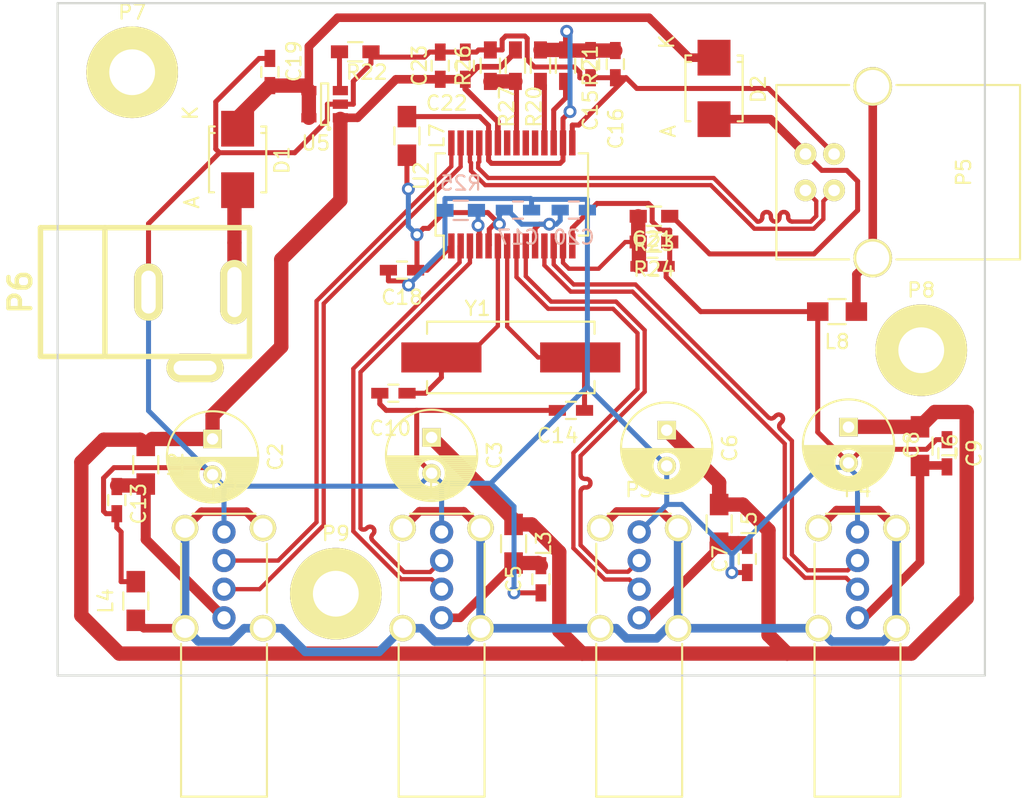
<source format=kicad_pcb>
(kicad_pcb (version 20171130) (host pcbnew "(5.1.12)-1")

  (general
    (thickness 1.6)
    (drawings 4)
    (tracks 613)
    (zones 0)
    (modules 48)
    (nets 32)
  )

  (page A4)
  (layers
    (0 F.Cu signal)
    (31 B.Cu signal)
    (32 B.Adhes user)
    (33 F.Adhes user)
    (34 B.Paste user)
    (35 F.Paste user)
    (36 B.SilkS user)
    (37 F.SilkS user)
    (38 B.Mask user)
    (39 F.Mask user)
    (40 Dwgs.User user)
    (41 Cmts.User user)
    (42 Eco1.User user)
    (43 Eco2.User user)
    (44 Edge.Cuts user)
    (45 Margin user)
    (46 B.CrtYd user)
    (47 F.CrtYd user)
    (48 B.Fab user)
    (49 F.Fab user)
  )

  (setup
    (last_trace_width 0.35)
    (trace_clearance 0.2)
    (zone_clearance 0.35)
    (zone_45_only yes)
    (trace_min 0.3)
    (via_size 0.9)
    (via_drill 0.5)
    (via_min_size 0.9)
    (via_min_drill 0.5)
    (uvia_size 0.3)
    (uvia_drill 0.1)
    (uvias_allowed no)
    (uvia_min_size 0.2)
    (uvia_min_drill 0.1)
    (edge_width 0.15)
    (segment_width 0.2)
    (pcb_text_width 0.3)
    (pcb_text_size 1.5 1.5)
    (mod_edge_width 0.15)
    (mod_text_size 1 1)
    (mod_text_width 0.15)
    (pad_size 6 6)
    (pad_drill 3.048)
    (pad_to_mask_clearance 0.2)
    (aux_axis_origin 0 0)
    (visible_elements 7FFFFFFF)
    (pcbplotparams
      (layerselection 0x010f0_80000001)
      (usegerberextensions false)
      (usegerberattributes true)
      (usegerberadvancedattributes true)
      (creategerberjobfile true)
      (excludeedgelayer true)
      (linewidth 0.100000)
      (plotframeref false)
      (viasonmask false)
      (mode 1)
      (useauxorigin false)
      (hpglpennumber 1)
      (hpglpenspeed 20)
      (hpglpendiameter 15.000000)
      (psnegative false)
      (psa4output false)
      (plotreference true)
      (plotvalue true)
      (plotinvisibletext false)
      (padsonsilk false)
      (subtractmaskfromsilk false)
      (outputformat 1)
      (mirror false)
      (drillshape 0)
      (scaleselection 1)
      (outputdirectory "/home/lacho/Desktop/"))
  )

  (net 0 "")
  (net 1 GND)
  (net 2 D1+)
  (net 3 D1-)
  (net 4 D2+)
  (net 5 D2-)
  (net 6 D3-)
  (net 7 D3+)
  (net 8 D4-)
  (net 9 D4+)
  (net 10 "Net-(C13-Pad2)")
  (net 11 "Net-(L4-Pad1)")
  (net 12 "Net-(C5-Pad2)")
  (net 13 "Net-(C7-Pad2)")
  (net 14 "Net-(C9-Pad2)")
  (net 15 "Net-(C10-Pad1)")
  (net 16 "Net-(C14-Pad1)")
  (net 17 "Net-(R20-Pad2)")
  (net 18 "Net-(R21-Pad2)")
  (net 19 "Net-(C21-Pad1)")
  (net 20 "Net-(R22-Pad1)")
  (net 21 "Net-(R25-Pad1)")
  (net 22 "Net-(R26-Pad1)")
  (net 23 "Net-(L8-Pad1)")
  (net 24 D0+)
  (net 25 D0-)
  (net 26 /5V)
  (net 27 /V33)
  (net 28 /AVDD)
  (net 29 /5V-DP)
  (net 30 "Net-(D1-Pad2)")
  (net 31 /5V-IN-USB)

  (net_class Default "This is the default net class."
    (clearance 0.2)
    (trace_width 0.35)
    (via_dia 0.9)
    (via_drill 0.5)
    (uvia_dia 0.3)
    (uvia_drill 0.1)
    (add_net /5V)
    (add_net /5V-DP)
    (add_net /5V-IN-USB)
    (add_net /AVDD)
    (add_net /V33)
    (add_net D0+)
    (add_net D0-)
    (add_net GND)
    (add_net "Net-(C10-Pad1)")
    (add_net "Net-(C14-Pad1)")
    (add_net "Net-(C21-Pad1)")
    (add_net "Net-(C5-Pad2)")
    (add_net "Net-(C7-Pad2)")
    (add_net "Net-(C9-Pad2)")
    (add_net "Net-(D1-Pad2)")
    (add_net "Net-(L4-Pad1)")
    (add_net "Net-(L8-Pad1)")
    (add_net "Net-(R20-Pad2)")
    (add_net "Net-(R21-Pad2)")
    (add_net "Net-(R22-Pad1)")
    (add_net "Net-(R25-Pad1)")
    (add_net "Net-(R26-Pad1)")
  )

  (net_class 5V-DP ""
    (clearance 0.2)
    (trace_width 0.35)
    (via_dia 0.9)
    (via_drill 0.5)
    (uvia_dia 0.3)
    (uvia_drill 0.1)
  )

  (net_class "USB Conn Power" ""
    (clearance 0.2)
    (trace_width 0.7)
    (via_dia 0.9)
    (via_drill 0.5)
    (uvia_dia 0.3)
    (uvia_drill 0.1)
    (add_net "Net-(C13-Pad2)")
  )

  (net_class "USB Differential" ""
    (clearance 0.2)
    (trace_width 0.3)
    (via_dia 0.9)
    (via_drill 0.5)
    (uvia_dia 0.3)
    (uvia_drill 0.1)
    (add_net D1+)
    (add_net D1-)
    (add_net D2+)
    (add_net D2-)
    (add_net D3+)
    (add_net D3-)
    (add_net D4+)
    (add_net D4-)
  )

  (net_class "USB Overcurrent" ""
    (clearance 0.2)
    (trace_width 0.3)
    (via_dia 0.9)
    (via_drill 0.5)
    (uvia_dia 0.3)
    (uvia_drill 0.1)
  )

  (net_class "USB Power On" ""
    (clearance 0.2)
    (trace_width 0.3)
    (via_dia 0.9)
    (via_drill 0.5)
    (uvia_dia 0.3)
    (uvia_drill 0.1)
  )

  (module Resistors_SMD:R_0603_HandSoldering (layer B.Cu) (tedit 5418A00F) (tstamp 57E87A21)
    (at 139.788 87.122 180)
    (descr "Resistor SMD 0603, hand soldering")
    (tags "resistor 0603")
    (path /57C1D3FE)
    (attr smd)
    (fp_text reference R25 (at 0 1.9 180) (layer B.SilkS)
      (effects (font (size 1 1) (thickness 0.15)) (justify mirror))
    )
    (fp_text value 680R/1% (at -0.166431 1.397 180) (layer B.Fab)
      (effects (font (size 1 1) (thickness 0.15)) (justify mirror))
    )
    (fp_line (start -0.5 0.675) (end 0.5 0.675) (layer B.SilkS) (width 0.15))
    (fp_line (start 0.5 -0.675) (end -0.5 -0.675) (layer B.SilkS) (width 0.15))
    (fp_line (start 2 0.8) (end 2 -0.8) (layer B.CrtYd) (width 0.05))
    (fp_line (start -2 0.8) (end -2 -0.8) (layer B.CrtYd) (width 0.05))
    (fp_line (start -2 -0.8) (end 2 -0.8) (layer B.CrtYd) (width 0.05))
    (fp_line (start -2 0.8) (end 2 0.8) (layer B.CrtYd) (width 0.05))
    (pad 1 smd rect (at -1.1 0 180) (size 1.2 0.9) (layers B.Cu B.Paste B.Mask)
      (net 21 "Net-(R25-Pad1)"))
    (pad 2 smd rect (at 1.1 0 180) (size 1.2 0.9) (layers B.Cu B.Paste B.Mask)
      (net 1 GND))
    (model Resistors_SMD.3dshapes/R_0603_HandSoldering.wrl
      (at (xyz 0 0 0))
      (scale (xyz 1 1 1))
      (rotate (xyz 0 0 0))
    )
  )

  (module Capacitors_SMD:C_0603_HandSoldering (layer B.Cu) (tedit 541A9B4D) (tstamp 57E87A16)
    (at 147.688 87.1044)
    (descr "Capacitor SMD 0603, hand soldering")
    (tags "capacitor 0603")
    (path /57C19D6A)
    (attr smd)
    (fp_text reference C20 (at 0 1.9) (layer B.SilkS)
      (effects (font (size 1 1) (thickness 0.15)) (justify mirror))
    )
    (fp_text value 100nF (at 2.299431 -1.379383) (layer B.Fab)
      (effects (font (size 1 1) (thickness 0.15)) (justify mirror))
    )
    (fp_line (start 0.35 -0.6) (end -0.35 -0.6) (layer B.SilkS) (width 0.15))
    (fp_line (start -0.35 0.6) (end 0.35 0.6) (layer B.SilkS) (width 0.15))
    (fp_line (start 1.85 0.75) (end 1.85 -0.75) (layer B.CrtYd) (width 0.05))
    (fp_line (start -1.85 0.75) (end -1.85 -0.75) (layer B.CrtYd) (width 0.05))
    (fp_line (start -1.85 -0.75) (end 1.85 -0.75) (layer B.CrtYd) (width 0.05))
    (fp_line (start -1.85 0.75) (end 1.85 0.75) (layer B.CrtYd) (width 0.05))
    (pad 1 smd rect (at -0.95 0) (size 1.2 0.75) (layers B.Cu B.Paste B.Mask)
      (net 28 /AVDD))
    (pad 2 smd rect (at 0.95 0) (size 1.2 0.75) (layers B.Cu B.Paste B.Mask)
      (net 1 GND))
    (model Capacitors_SMD.3dshapes/C_0603_HandSoldering.wrl
      (at (xyz 0 0 0))
      (scale (xyz 1 1 1))
      (rotate (xyz 0 0 0))
    )
  )

  (module Capacitors_SMD:C_0603_HandSoldering (layer B.Cu) (tedit 541A9B4D) (tstamp 57E87A0B)
    (at 143.788 87.1044)
    (descr "Capacitor SMD 0603, hand soldering")
    (tags "capacitor 0603")
    (path /57C19C01)
    (attr smd)
    (fp_text reference C17 (at 0 1.9) (layer B.SilkS)
      (effects (font (size 1 1) (thickness 0.15)) (justify mirror))
    )
    (fp_text value 100nF (at 1.754431 -1.379383) (layer B.Fab)
      (effects (font (size 1 1) (thickness 0.15)) (justify mirror))
    )
    (fp_line (start 0.35 -0.6) (end -0.35 -0.6) (layer B.SilkS) (width 0.15))
    (fp_line (start -0.35 0.6) (end 0.35 0.6) (layer B.SilkS) (width 0.15))
    (fp_line (start 1.85 0.75) (end 1.85 -0.75) (layer B.CrtYd) (width 0.05))
    (fp_line (start -1.85 0.75) (end -1.85 -0.75) (layer B.CrtYd) (width 0.05))
    (fp_line (start -1.85 -0.75) (end 1.85 -0.75) (layer B.CrtYd) (width 0.05))
    (fp_line (start -1.85 0.75) (end 1.85 0.75) (layer B.CrtYd) (width 0.05))
    (pad 1 smd rect (at -0.95 0) (size 1.2 0.75) (layers B.Cu B.Paste B.Mask)
      (net 28 /AVDD))
    (pad 2 smd rect (at 0.95 0) (size 1.2 0.75) (layers B.Cu B.Paste B.Mask)
      (net 1 GND))
    (model Capacitors_SMD.3dshapes/C_0603_HandSoldering.wrl
      (at (xyz 0 0 0))
      (scale (xyz 1 1 1))
      (rotate (xyz 0 0 0))
    )
  )

  (module Resistors_SMD:R_0805_HandSoldering (layer F.Cu) (tedit 54189DEE) (tstamp 57E87A00)
    (at 117.094 114.427 90)
    (descr "Resistor SMD 0805, hand soldering")
    (tags "resistor 0805")
    (path /5727D164)
    (attr smd)
    (fp_text reference L4 (at 0 -2.1 90) (layer F.SilkS)
      (effects (font (size 1 1) (thickness 0.15)))
    )
    (fp_text value 600R/2A (at 1.397 -1.778 90) (layer F.Fab)
      (effects (font (size 1 1) (thickness 0.15)))
    )
    (fp_line (start -0.6 -0.875) (end 0.6 -0.875) (layer F.SilkS) (width 0.15))
    (fp_line (start 0.6 0.875) (end -0.6 0.875) (layer F.SilkS) (width 0.15))
    (fp_line (start 2.4 -1) (end 2.4 1) (layer F.CrtYd) (width 0.05))
    (fp_line (start -2.4 -1) (end -2.4 1) (layer F.CrtYd) (width 0.05))
    (fp_line (start -2.4 1) (end 2.4 1) (layer F.CrtYd) (width 0.05))
    (fp_line (start -2.4 -1) (end 2.4 -1) (layer F.CrtYd) (width 0.05))
    (pad 1 smd rect (at -1.35 0 90) (size 1.5 1.3) (layers F.Cu F.Paste F.Mask)
      (net 11 "Net-(L4-Pad1)"))
    (pad 2 smd rect (at 1.35 0 90) (size 1.5 1.3) (layers F.Cu F.Paste F.Mask)
      (net 1 GND))
    (model Resistors_SMD.3dshapes/R_0805_HandSoldering.wrl
      (at (xyz 0 0 0))
      (scale (xyz 1 1 1))
      (rotate (xyz 0 0 0))
    )
  )

  (module Resistors_SMD:R_0603_HandSoldering (layer F.Cu) (tedit 58275D1D) (tstamp 57E879F5)
    (at 143.609 77.0124 270)
    (descr "Resistor SMD 0603, hand soldering")
    (tags "resistor 0603")
    (path /57C228DF)
    (attr smd)
    (fp_text reference R27 (at 2.870567 0.606981 270) (layer F.SilkS)
      (effects (font (size 1 1) (thickness 0.15)))
    )
    (fp_text value 5.1k (at -3.75 0 270) (layer F.Fab) hide
      (effects (font (size 1 1) (thickness 0.15)))
    )
    (fp_line (start -0.5 -0.675) (end 0.5 -0.675) (layer F.SilkS) (width 0.15))
    (fp_line (start 0.5 0.675) (end -0.5 0.675) (layer F.SilkS) (width 0.15))
    (fp_line (start 2 -0.8) (end 2 0.8) (layer F.CrtYd) (width 0.05))
    (fp_line (start -2 -0.8) (end -2 0.8) (layer F.CrtYd) (width 0.05))
    (fp_line (start -2 0.8) (end 2 0.8) (layer F.CrtYd) (width 0.05))
    (fp_line (start -2 -0.8) (end 2 -0.8) (layer F.CrtYd) (width 0.05))
    (pad 1 smd rect (at -1.1 0 270) (size 1.2 0.9) (layers F.Cu F.Paste F.Mask)
      (net 29 /5V-DP))
    (pad 2 smd rect (at 1.1 0 270) (size 1.2 0.9) (layers F.Cu F.Paste F.Mask)
      (net 22 "Net-(R26-Pad1)"))
    (model Resistors_SMD.3dshapes/R_0603_HandSoldering.wrl
      (at (xyz 0 0 0))
      (scale (xyz 1 1 1))
      (rotate (xyz 0 0 0))
    )
  )

  (module Resistors_SMD:R_0603_HandSoldering (layer F.Cu) (tedit 58275D23) (tstamp 57E879EA)
    (at 147.109 77.0124 270)
    (descr "Resistor SMD 0603, hand soldering")
    (tags "resistor 0603")
    (path /57C17A3A)
    (attr smd)
    (fp_text reference R21 (at 0 -1.735019 270) (layer F.SilkS)
      (effects (font (size 1 1) (thickness 0.15)))
    )
    (fp_text value 10k (at -3.4 0 270) (layer F.Fab) hide
      (effects (font (size 1 1) (thickness 0.15)))
    )
    (fp_line (start -0.5 -0.675) (end 0.5 -0.675) (layer F.SilkS) (width 0.15))
    (fp_line (start 0.5 0.675) (end -0.5 0.675) (layer F.SilkS) (width 0.15))
    (fp_line (start 2 -0.8) (end 2 0.8) (layer F.CrtYd) (width 0.05))
    (fp_line (start -2 -0.8) (end -2 0.8) (layer F.CrtYd) (width 0.05))
    (fp_line (start -2 0.8) (end 2 0.8) (layer F.CrtYd) (width 0.05))
    (fp_line (start -2 -0.8) (end 2 -0.8) (layer F.CrtYd) (width 0.05))
    (pad 1 smd rect (at -1.1 0 270) (size 1.2 0.9) (layers F.Cu F.Paste F.Mask)
      (net 27 /V33))
    (pad 2 smd rect (at 1.1 0 270) (size 1.2 0.9) (layers F.Cu F.Paste F.Mask)
      (net 18 "Net-(R21-Pad2)"))
    (model Resistors_SMD.3dshapes/R_0603_HandSoldering.wrl
      (at (xyz 0 0 0))
      (scale (xyz 1 1 1))
      (rotate (xyz 0 0 0))
    )
  )

  (module Resistors_SMD:R_0603_HandSoldering (layer F.Cu) (tedit 58275D20) (tstamp 57E879DF)
    (at 145.359 77.0124 270)
    (descr "Resistor SMD 0603, hand soldering")
    (tags "resistor 0603")
    (path /57C1787F)
    (attr smd)
    (fp_text reference R20 (at 2.870567 0.451981 270) (layer F.SilkS)
      (effects (font (size 1 1) (thickness 0.15)))
    )
    (fp_text value 47k (at -3.4 0 270) (layer F.Fab) hide
      (effects (font (size 1 1) (thickness 0.15)))
    )
    (fp_line (start -0.5 -0.675) (end 0.5 -0.675) (layer F.SilkS) (width 0.15))
    (fp_line (start 0.5 0.675) (end -0.5 0.675) (layer F.SilkS) (width 0.15))
    (fp_line (start 2 -0.8) (end 2 0.8) (layer F.CrtYd) (width 0.05))
    (fp_line (start -2 -0.8) (end -2 0.8) (layer F.CrtYd) (width 0.05))
    (fp_line (start -2 0.8) (end 2 0.8) (layer F.CrtYd) (width 0.05))
    (fp_line (start -2 -0.8) (end 2 -0.8) (layer F.CrtYd) (width 0.05))
    (pad 1 smd rect (at -1.1 0 270) (size 1.2 0.9) (layers F.Cu F.Paste F.Mask)
      (net 27 /V33))
    (pad 2 smd rect (at 1.1 0 270) (size 1.2 0.9) (layers F.Cu F.Paste F.Mask)
      (net 17 "Net-(R20-Pad2)"))
    (model Resistors_SMD.3dshapes/R_0603_HandSoldering.wrl
      (at (xyz 0 0 0))
      (scale (xyz 1 1 1))
      (rotate (xyz 0 0 0))
    )
  )

  (module Capacitors_SMD:C_0603_HandSoldering (layer F.Cu) (tedit 541A9B4D) (tstamp 57E879D4)
    (at 150.588 76.9044 270)
    (descr "Capacitor SMD 0603, hand soldering")
    (tags "capacitor 0603")
    (path /57C1BC3D)
    (attr smd)
    (fp_text reference C16 (at 4.502617 -0.034431 270) (layer F.SilkS)
      (effects (font (size 1 1) (thickness 0.15)))
    )
    (fp_text value 10uF/6.3V (at 1.327617 -1.685431 270) (layer F.Fab)
      (effects (font (size 1 1) (thickness 0.15)))
    )
    (fp_line (start 0.35 0.6) (end -0.35 0.6) (layer F.SilkS) (width 0.15))
    (fp_line (start -0.35 -0.6) (end 0.35 -0.6) (layer F.SilkS) (width 0.15))
    (fp_line (start 1.85 -0.75) (end 1.85 0.75) (layer F.CrtYd) (width 0.05))
    (fp_line (start -1.85 -0.75) (end -1.85 0.75) (layer F.CrtYd) (width 0.05))
    (fp_line (start -1.85 0.75) (end 1.85 0.75) (layer F.CrtYd) (width 0.05))
    (fp_line (start -1.85 -0.75) (end 1.85 -0.75) (layer F.CrtYd) (width 0.05))
    (pad 1 smd rect (at -0.95 0 270) (size 1.2 0.75) (layers F.Cu F.Paste F.Mask)
      (net 27 /V33))
    (pad 2 smd rect (at 0.95 0 270) (size 1.2 0.75) (layers F.Cu F.Paste F.Mask)
      (net 1 GND))
    (model Capacitors_SMD.3dshapes/C_0603_HandSoldering.wrl
      (at (xyz 0 0 0))
      (scale (xyz 1 1 1))
      (rotate (xyz 0 0 0))
    )
  )

  (module Capacitors_SMD:C_0603_HandSoldering (layer F.Cu) (tedit 58275D26) (tstamp 57E879C9)
    (at 148.859 76.9044 270)
    (descr "Capacitor SMD 0603, hand soldering")
    (tags "capacitor 0603")
    (path /57C1BB00)
    (attr smd)
    (fp_text reference C15 (at 3.232617 0.014981 270) (layer F.SilkS)
      (effects (font (size 1 1) (thickness 0.15)))
    )
    (fp_text value 100nF (at -4.3 0 270) (layer F.Fab) hide
      (effects (font (size 1 1) (thickness 0.15)))
    )
    (fp_line (start 0.35 0.6) (end -0.35 0.6) (layer F.SilkS) (width 0.15))
    (fp_line (start -0.35 -0.6) (end 0.35 -0.6) (layer F.SilkS) (width 0.15))
    (fp_line (start 1.85 -0.75) (end 1.85 0.75) (layer F.CrtYd) (width 0.05))
    (fp_line (start -1.85 -0.75) (end -1.85 0.75) (layer F.CrtYd) (width 0.05))
    (fp_line (start -1.85 0.75) (end 1.85 0.75) (layer F.CrtYd) (width 0.05))
    (fp_line (start -1.85 -0.75) (end 1.85 -0.75) (layer F.CrtYd) (width 0.05))
    (pad 1 smd rect (at -0.95 0 270) (size 1.2 0.75) (layers F.Cu F.Paste F.Mask)
      (net 27 /V33))
    (pad 2 smd rect (at 0.95 0 270) (size 1.2 0.75) (layers F.Cu F.Paste F.Mask)
      (net 1 GND))
    (model Capacitors_SMD.3dshapes/C_0603_HandSoldering.wrl
      (at (xyz 0 0 0))
      (scale (xyz 1 1 1))
      (rotate (xyz 0 0 0))
    )
  )

  (module Capacitors_SMD:C_0603_HandSoldering (layer F.Cu) (tedit 541A9B4D) (tstamp 57E8799E)
    (at 135.688 91.3044 180)
    (descr "Capacitor SMD 0603, hand soldering")
    (tags "capacitor 0603")
    (path /57C19CFB)
    (attr smd)
    (fp_text reference C18 (at 0 -1.9 180) (layer F.SilkS)
      (effects (font (size 1 1) (thickness 0.15)))
    )
    (fp_text value 100nF (at 0.686569 -1.532617 180) (layer F.Fab)
      (effects (font (size 1 1) (thickness 0.15)))
    )
    (fp_line (start 0.35 0.6) (end -0.35 0.6) (layer F.SilkS) (width 0.15))
    (fp_line (start -0.35 -0.6) (end 0.35 -0.6) (layer F.SilkS) (width 0.15))
    (fp_line (start 1.85 -0.75) (end 1.85 0.75) (layer F.CrtYd) (width 0.05))
    (fp_line (start -1.85 -0.75) (end -1.85 0.75) (layer F.CrtYd) (width 0.05))
    (fp_line (start -1.85 0.75) (end 1.85 0.75) (layer F.CrtYd) (width 0.05))
    (fp_line (start -1.85 -0.75) (end 1.85 -0.75) (layer F.CrtYd) (width 0.05))
    (pad 1 smd rect (at -0.95 0 180) (size 1.2 0.75) (layers F.Cu F.Paste F.Mask)
      (net 28 /AVDD))
    (pad 2 smd rect (at 0.95 0 180) (size 1.2 0.75) (layers F.Cu F.Paste F.Mask)
      (net 1 GND))
    (model Capacitors_SMD.3dshapes/C_0603_HandSoldering.wrl
      (at (xyz 0 0 0))
      (scale (xyz 1 1 1))
      (rotate (xyz 0 0 0))
    )
  )

  (module Resistors_SMD:R_0805_HandSoldering (layer F.Cu) (tedit 54189DEE) (tstamp 0)
    (at 136.032 81.9211 270)
    (descr "Resistor SMD 0805, hand soldering")
    (tags "resistor 0805")
    (path /57C1B0C9)
    (attr smd)
    (fp_text reference L7 (at 0 -2.1 270) (layer F.SilkS)
      (effects (font (size 1 1) (thickness 0.15)))
    )
    (fp_text value 600R/2A (at 1.390857 1.793269 270) (layer F.Fab)
      (effects (font (size 1 1) (thickness 0.15)))
    )
    (fp_line (start -0.6 -0.875) (end 0.6 -0.875) (layer F.SilkS) (width 0.15))
    (fp_line (start 0.6 0.875) (end -0.6 0.875) (layer F.SilkS) (width 0.15))
    (fp_line (start 2.4 -1) (end 2.4 1) (layer F.CrtYd) (width 0.05))
    (fp_line (start -2.4 -1) (end -2.4 1) (layer F.CrtYd) (width 0.05))
    (fp_line (start -2.4 1) (end 2.4 1) (layer F.CrtYd) (width 0.05))
    (fp_line (start -2.4 -1) (end 2.4 -1) (layer F.CrtYd) (width 0.05))
    (pad 1 smd rect (at -1.35 0 270) (size 1.5 1.3) (layers F.Cu F.Paste F.Mask)
      (net 27 /V33))
    (pad 2 smd rect (at 1.35 0 270) (size 1.5 1.3) (layers F.Cu F.Paste F.Mask)
      (net 28 /AVDD))
    (model Resistors_SMD.3dshapes/R_0805_HandSoldering.wrl
      (at (xyz 0 0 0))
      (scale (xyz 1 1 1))
      (rotate (xyz 0 0 0))
    )
  )

  (module Capacitors_SMD:C_0603_HandSoldering (layer F.Cu) (tedit 58275D0E) (tstamp 0)
    (at 138.359 77.0124 90)
    (descr "Capacitor SMD 0603, hand soldering")
    (tags "capacitor 0603")
    (path /57C187BE)
    (attr smd)
    (fp_text reference C23 (at 0 -1.452981 90) (layer F.SilkS)
      (effects (font (size 1 1) (thickness 0.15)))
    )
    (fp_text value 100nF (at 4.368433 -0.055981 90) (layer F.Fab) hide
      (effects (font (size 1 1) (thickness 0.15)))
    )
    (fp_line (start 0.35 0.6) (end -0.35 0.6) (layer F.SilkS) (width 0.15))
    (fp_line (start -0.35 -0.6) (end 0.35 -0.6) (layer F.SilkS) (width 0.15))
    (fp_line (start 1.85 -0.75) (end 1.85 0.75) (layer F.CrtYd) (width 0.05))
    (fp_line (start -1.85 -0.75) (end -1.85 0.75) (layer F.CrtYd) (width 0.05))
    (fp_line (start -1.85 0.75) (end 1.85 0.75) (layer F.CrtYd) (width 0.05))
    (fp_line (start -1.85 -0.75) (end 1.85 -0.75) (layer F.CrtYd) (width 0.05))
    (pad 1 smd rect (at -0.95 0 90) (size 1.2 0.75) (layers F.Cu F.Paste F.Mask)
      (net 29 /5V-DP))
    (pad 2 smd rect (at 0.95 0 90) (size 1.2 0.75) (layers F.Cu F.Paste F.Mask)
      (net 1 GND))
    (model Capacitors_SMD.3dshapes/C_0603_HandSoldering.wrl
      (at (xyz 0 0 0))
      (scale (xyz 1 1 1))
      (rotate (xyz 0 0 0))
    )
  )

  (module Capacitors_SMD:C_0603_HandSoldering (layer F.Cu) (tedit 58275D11) (tstamp 57E8797D)
    (at 140.109 77.0124 90)
    (descr "Capacitor SMD 0603, hand soldering")
    (tags "capacitor 0603")
    (path /57C18370)
    (attr smd)
    (fp_text reference C22 (at -2.616567 -1.297981 180) (layer F.SilkS)
      (effects (font (size 1 1) (thickness 0.15)))
    )
    (fp_text value 10uF/6.3V (at 6 0 90) (layer F.Fab) hide
      (effects (font (size 1 1) (thickness 0.15)))
    )
    (fp_line (start 0.35 0.6) (end -0.35 0.6) (layer F.SilkS) (width 0.15))
    (fp_line (start -0.35 -0.6) (end 0.35 -0.6) (layer F.SilkS) (width 0.15))
    (fp_line (start 1.85 -0.75) (end 1.85 0.75) (layer F.CrtYd) (width 0.05))
    (fp_line (start -1.85 -0.75) (end -1.85 0.75) (layer F.CrtYd) (width 0.05))
    (fp_line (start -1.85 0.75) (end 1.85 0.75) (layer F.CrtYd) (width 0.05))
    (fp_line (start -1.85 -0.75) (end 1.85 -0.75) (layer F.CrtYd) (width 0.05))
    (pad 1 smd rect (at -0.95 0 90) (size 1.2 0.75) (layers F.Cu F.Paste F.Mask)
      (net 29 /5V-DP))
    (pad 2 smd rect (at 0.95 0 90) (size 1.2 0.75) (layers F.Cu F.Paste F.Mask)
      (net 1 GND))
    (model Capacitors_SMD.3dshapes/C_0603_HandSoldering.wrl
      (at (xyz 0 0 0))
      (scale (xyz 1 1 1))
      (rotate (xyz 0 0 0))
    )
  )

  (module Resistors_SMD:R_0603_HandSoldering (layer F.Cu) (tedit 58275D1A) (tstamp 0)
    (at 141.859 77.0124 90)
    (descr "Resistor SMD 0603, hand soldering")
    (tags "resistor 0603")
    (path /57C227D1)
    (attr smd)
    (fp_text reference R26 (at 0 -1.9 90) (layer F.SilkS)
      (effects (font (size 1 1) (thickness 0.15)))
    )
    (fp_text value 10k (at 3.5 0 90) (layer F.Fab) hide
      (effects (font (size 1 1) (thickness 0.15)))
    )
    (fp_line (start -0.5 -0.675) (end 0.5 -0.675) (layer F.SilkS) (width 0.15))
    (fp_line (start 0.5 0.675) (end -0.5 0.675) (layer F.SilkS) (width 0.15))
    (fp_line (start 2 -0.8) (end 2 0.8) (layer F.CrtYd) (width 0.05))
    (fp_line (start -2 -0.8) (end -2 0.8) (layer F.CrtYd) (width 0.05))
    (fp_line (start -2 0.8) (end 2 0.8) (layer F.CrtYd) (width 0.05))
    (fp_line (start -2 -0.8) (end 2 -0.8) (layer F.CrtYd) (width 0.05))
    (pad 1 smd rect (at -1.1 0 90) (size 1.2 0.9) (layers F.Cu F.Paste F.Mask)
      (net 22 "Net-(R26-Pad1)"))
    (pad 2 smd rect (at 1.1 0 90) (size 1.2 0.9) (layers F.Cu F.Paste F.Mask)
      (net 1 GND))
    (model Resistors_SMD.3dshapes/R_0603_HandSoldering.wrl
      (at (xyz 0 0 0))
      (scale (xyz 1 1 1))
      (rotate (xyz 0 0 0))
    )
  )

  (module Housings_SSOP:SSOP-28_5.3x10.2mm_Pitch0.65mm (layer F.Cu) (tedit 58275B9A) (tstamp 0)
    (at 143.359 86.0124 90)
    (descr "28-Lead Plastic Shrink Small Outline (SS)-5.30 mm Body [SSOP] (see Microchip Packaging Specification 00000049BS.pdf)")
    (tags "SSOP 0.65")
    (path /57C13BF8)
    (attr smd)
    (fp_text reference U2 (at 1.303433 -6.325981 90) (layer F.SilkS)
      (effects (font (size 1 1) (thickness 0.15)))
    )
    (fp_text value GL850G (at 0 6.25 90) (layer F.Fab) hide
      (effects (font (size 1 1) (thickness 0.15)))
    )
    (fp_line (start -2.875 -4.75) (end -4.475 -4.75) (layer F.SilkS) (width 0.15))
    (fp_line (start -2.875 5.325) (end 2.875 5.325) (layer F.SilkS) (width 0.15))
    (fp_line (start -2.875 -5.325) (end 2.875 -5.325) (layer F.SilkS) (width 0.15))
    (fp_line (start -2.875 5.325) (end -2.875 4.675) (layer F.SilkS) (width 0.15))
    (fp_line (start 2.875 5.325) (end 2.875 4.675) (layer F.SilkS) (width 0.15))
    (fp_line (start 2.875 -5.325) (end 2.875 -4.675) (layer F.SilkS) (width 0.15))
    (fp_line (start -2.875 -5.325) (end -2.875 -4.75) (layer F.SilkS) (width 0.15))
    (fp_line (start -4.75 5.5) (end 4.75 5.5) (layer F.CrtYd) (width 0.05))
    (fp_line (start -4.75 -5.5) (end 4.75 -5.5) (layer F.CrtYd) (width 0.05))
    (fp_line (start 4.75 -5.5) (end 4.75 5.5) (layer F.CrtYd) (width 0.05))
    (fp_line (start -4.75 -5.5) (end -4.75 5.5) (layer F.CrtYd) (width 0.05))
    (fp_line (start -2.7 -5.1) (end 2.7 -5.1) (layer F.Fab) (width 0.15))
    (fp_line (start 2.7 -5.1) (end 2.7 5.1) (layer F.Fab) (width 0.15))
    (fp_line (start 2.7 5.1) (end -2.7 5.1) (layer F.Fab) (width 0.15))
    (fp_line (start -2.7 5.1) (end -2.7 -5.1) (layer F.Fab) (width 0.15))
    (fp_circle (center -2 -4.5) (end -2.25 -4.5) (layer F.Fab) (width 0.15))
    (pad 1 smd rect (at -3.6 -4.225 90) (size 1.75 0.45) (layers F.Cu F.Paste F.Mask)
      (net 28 /AVDD))
    (pad 2 smd rect (at -3.6 -3.575 90) (size 1.75 0.45) (layers F.Cu F.Paste F.Mask)
      (net 5 D2-))
    (pad 3 smd rect (at -3.6 -2.925 90) (size 1.75 0.45) (layers F.Cu F.Paste F.Mask)
      (net 4 D2+))
    (pad 4 smd rect (at -3.6 -2.275 90) (size 1.75 0.45) (layers F.Cu F.Paste F.Mask)
      (net 21 "Net-(R25-Pad1)"))
    (pad 5 smd rect (at -3.6 -1.625 90) (size 1.75 0.45) (layers F.Cu F.Paste F.Mask)
      (net 28 /AVDD))
    (pad 6 smd rect (at -3.6 -0.975 90) (size 1.75 0.45) (layers F.Cu F.Paste F.Mask)
      (net 15 "Net-(C10-Pad1)"))
    (pad 7 smd rect (at -3.6 -0.325 90) (size 1.75 0.45) (layers F.Cu F.Paste F.Mask)
      (net 16 "Net-(C14-Pad1)"))
    (pad 8 smd rect (at -3.6 0.325 90) (size 1.75 0.45) (layers F.Cu F.Paste F.Mask)
      (net 6 D3-))
    (pad 9 smd rect (at -3.6 0.975 90) (size 1.75 0.45) (layers F.Cu F.Paste F.Mask)
      (net 7 D3+))
    (pad 10 smd rect (at -3.6 1.625 90) (size 1.75 0.45) (layers F.Cu F.Paste F.Mask)
      (net 28 /AVDD))
    (pad 11 smd rect (at -3.6 2.275 90) (size 1.75 0.45) (layers F.Cu F.Paste F.Mask)
      (net 8 D4-))
    (pad 12 smd rect (at -3.6 2.925 90) (size 1.75 0.45) (layers F.Cu F.Paste F.Mask)
      (net 9 D4+))
    (pad 13 smd rect (at -3.6 3.575 90) (size 1.75 0.45) (layers F.Cu F.Paste F.Mask)
      (net 19 "Net-(C21-Pad1)"))
    (pad 14 smd rect (at -3.6 4.225 90) (size 1.75 0.45) (layers F.Cu F.Paste F.Mask)
      (net 1 GND))
    (pad 15 smd rect (at 3.6 4.225 90) (size 1.75 0.45) (layers F.Cu F.Paste F.Mask)
      (net 1 GND))
    (pad 16 smd rect (at 3.6 3.575 90) (size 1.75 0.45) (layers F.Cu F.Paste F.Mask)
      (net 27 /V33))
    (pad 17 smd rect (at 3.6 2.925 90) (size 1.75 0.45) (layers F.Cu F.Paste F.Mask)
      (net 18 "Net-(R21-Pad2)"))
    (pad 18 smd rect (at 3.6 2.275 90) (size 1.75 0.45) (layers F.Cu F.Paste F.Mask)
      (net 17 "Net-(R20-Pad2)"))
    (pad 19 smd rect (at 3.6 1.625 90) (size 1.75 0.45) (layers F.Cu F.Paste F.Mask))
    (pad 20 smd rect (at 3.6 0.975 90) (size 1.75 0.45) (layers F.Cu F.Paste F.Mask))
    (pad 21 smd rect (at 3.6 0.325 90) (size 1.75 0.45) (layers F.Cu F.Paste F.Mask)
      (net 22 "Net-(R26-Pad1)"))
    (pad 22 smd rect (at 3.6 -0.325 90) (size 1.75 0.45) (layers F.Cu F.Paste F.Mask))
    (pad 23 smd rect (at 3.6 -0.975 90) (size 1.75 0.45) (layers F.Cu F.Paste F.Mask)
      (net 29 /5V-DP))
    (pad 24 smd rect (at 3.6 -1.625 90) (size 1.75 0.45) (layers F.Cu F.Paste F.Mask)
      (net 27 /V33))
    (pad 25 smd rect (at 3.6 -2.275 90) (size 1.75 0.45) (layers F.Cu F.Paste F.Mask)
      (net 25 D0-))
    (pad 26 smd rect (at 3.6 -2.925 90) (size 1.75 0.45) (layers F.Cu F.Paste F.Mask)
      (net 24 D0+))
    (pad 27 smd rect (at 3.6 -3.575 90) (size 1.75 0.45) (layers F.Cu F.Paste F.Mask)
      (net 3 D1-))
    (pad 28 smd rect (at 3.6 -4.225 90) (size 1.75 0.45) (layers F.Cu F.Paste F.Mask)
      (net 2 D1+))
    (model Housings_SSOP.3dshapes/SSOP-28_5.3x10.2mm_Pitch0.65mm.wrl
      (at (xyz 0 0 0))
      (scale (xyz 1 1 1))
      (rotate (xyz 0 0 0))
    )
  )

  (module Capacitors_SMD:C_0603_HandSoldering (layer F.Cu) (tedit 541A9B4D) (tstamp 0)
    (at 145.39 112.909 90)
    (descr "Capacitor SMD 0603, hand soldering")
    (tags "capacitor 0603")
    (path /57C116BF)
    (attr smd)
    (fp_text reference C5 (at 0 -1.9 90) (layer F.SilkS)
      (effects (font (size 1 1) (thickness 0.15)))
    )
    (fp_text value 0.1uF (at -2.533817 -1.371629 90) (layer F.Fab)
      (effects (font (size 1 1) (thickness 0.15)))
    )
    (fp_line (start 0.35 0.6) (end -0.35 0.6) (layer F.SilkS) (width 0.15))
    (fp_line (start -0.35 -0.6) (end 0.35 -0.6) (layer F.SilkS) (width 0.15))
    (fp_line (start 1.85 -0.75) (end 1.85 0.75) (layer F.CrtYd) (width 0.05))
    (fp_line (start -1.85 -0.75) (end -1.85 0.75) (layer F.CrtYd) (width 0.05))
    (fp_line (start -1.85 0.75) (end 1.85 0.75) (layer F.CrtYd) (width 0.05))
    (fp_line (start -1.85 -0.75) (end 1.85 -0.75) (layer F.CrtYd) (width 0.05))
    (pad 1 smd rect (at -0.95 0 90) (size 1.2 0.75) (layers F.Cu F.Paste F.Mask)
      (net 1 GND))
    (pad 2 smd rect (at 0.95 0 90) (size 1.2 0.75) (layers F.Cu F.Paste F.Mask)
      (net 12 "Net-(C5-Pad2)"))
    (model Capacitors_SMD.3dshapes/C_0603_HandSoldering.wrl
      (at (xyz 0 0 0))
      (scale (xyz 1 1 1))
      (rotate (xyz 0 0 0))
    )
  )

  (module Resistors_SMD:R_0805_HandSoldering (layer F.Cu) (tedit 54189DEE) (tstamp 57E8792D)
    (at 143.482 110.426 270)
    (descr "Resistor SMD 0805, hand soldering")
    (tags "resistor 0805")
    (path /57C116B7)
    (attr smd)
    (fp_text reference L3 (at 0 -2.1 270) (layer F.SilkS)
      (effects (font (size 1 1) (thickness 0.15)))
    )
    (fp_text value 600R/2A (at -6.159283 -0.281911 270) (layer F.Fab)
      (effects (font (size 1 1) (thickness 0.15)))
    )
    (fp_line (start -0.6 -0.875) (end 0.6 -0.875) (layer F.SilkS) (width 0.15))
    (fp_line (start 0.6 0.875) (end -0.6 0.875) (layer F.SilkS) (width 0.15))
    (fp_line (start 2.4 -1) (end 2.4 1) (layer F.CrtYd) (width 0.05))
    (fp_line (start -2.4 -1) (end -2.4 1) (layer F.CrtYd) (width 0.05))
    (fp_line (start -2.4 1) (end 2.4 1) (layer F.CrtYd) (width 0.05))
    (fp_line (start -2.4 -1) (end 2.4 -1) (layer F.CrtYd) (width 0.05))
    (pad 1 smd rect (at -1.35 0 270) (size 1.5 1.3) (layers F.Cu F.Paste F.Mask)
      (net 29 /5V-DP))
    (pad 2 smd rect (at 1.35 0 270) (size 1.5 1.3) (layers F.Cu F.Paste F.Mask)
      (net 12 "Net-(C5-Pad2)"))
    (model Resistors_SMD.3dshapes/R_0805_HandSoldering.wrl
      (at (xyz 0 0 0))
      (scale (xyz 1 1 1))
      (rotate (xyz 0 0 0))
    )
  )

  (module Capacitors_ThroughHole:C_Radial_D6.3_L11.2_P2.5 (layer F.Cu) (tedit 58275B58) (tstamp 0)
    (at 137.755 102.997 270)
    (descr "Radial Electrolytic Capacitor, Diameter 6.3mm x Length 11.2mm, Pitch 2.5mm")
    (tags "Electrolytic Capacitor")
    (path /57C116CE)
    (fp_text reference C3 (at 1.25 -4.4 270) (layer F.SilkS)
      (effects (font (size 1 1) (thickness 0.15)))
    )
    (fp_text value 100uF/16V/LOWESR/105C (at 1.75 1.25 270) (layer F.Fab) hide
      (effects (font (size 1 1) (thickness 0.15)))
    )
    (fp_circle (center 1.25 0) (end 1.25 -3.4) (layer F.CrtYd) (width 0.05))
    (fp_circle (center 1.25 0) (end 1.25 -3.1875) (layer F.SilkS) (width 0.15))
    (fp_circle (center 2.5 0) (end 2.5 -1) (layer F.SilkS) (width 0.15))
    (fp_line (start 4.265 -0.912) (end 4.265 0.912) (layer F.SilkS) (width 0.15))
    (fp_line (start 4.125 -1.287) (end 4.125 1.287) (layer F.SilkS) (width 0.15))
    (fp_line (start 3.985 -1.563) (end 3.985 1.563) (layer F.SilkS) (width 0.15))
    (fp_line (start 3.845 -1.786) (end 3.845 1.786) (layer F.SilkS) (width 0.15))
    (fp_line (start 3.705 -1.974) (end 3.705 1.974) (layer F.SilkS) (width 0.15))
    (fp_line (start 3.565 -2.136) (end 3.565 2.136) (layer F.SilkS) (width 0.15))
    (fp_line (start 3.425 0.38) (end 3.425 2.279) (layer F.SilkS) (width 0.15))
    (fp_line (start 3.425 -2.279) (end 3.425 -0.38) (layer F.SilkS) (width 0.15))
    (fp_line (start 3.285 0.619) (end 3.285 2.404) (layer F.SilkS) (width 0.15))
    (fp_line (start 3.285 -2.404) (end 3.285 -0.619) (layer F.SilkS) (width 0.15))
    (fp_line (start 3.145 0.764) (end 3.145 2.516) (layer F.SilkS) (width 0.15))
    (fp_line (start 3.145 -2.516) (end 3.145 -0.764) (layer F.SilkS) (width 0.15))
    (fp_line (start 3.005 0.863) (end 3.005 2.616) (layer F.SilkS) (width 0.15))
    (fp_line (start 3.005 -2.616) (end 3.005 -0.863) (layer F.SilkS) (width 0.15))
    (fp_line (start 2.865 0.931) (end 2.865 2.704) (layer F.SilkS) (width 0.15))
    (fp_line (start 2.865 -2.704) (end 2.865 -0.931) (layer F.SilkS) (width 0.15))
    (fp_line (start 2.725 0.974) (end 2.725 2.783) (layer F.SilkS) (width 0.15))
    (fp_line (start 2.725 -2.783) (end 2.725 -0.974) (layer F.SilkS) (width 0.15))
    (fp_line (start 2.585 0.996) (end 2.585 2.853) (layer F.SilkS) (width 0.15))
    (fp_line (start 2.585 -2.853) (end 2.585 -0.996) (layer F.SilkS) (width 0.15))
    (fp_line (start 2.445 0.998) (end 2.445 2.915) (layer F.SilkS) (width 0.15))
    (fp_line (start 2.445 -2.915) (end 2.445 -0.998) (layer F.SilkS) (width 0.15))
    (fp_line (start 2.305 0.981) (end 2.305 2.968) (layer F.SilkS) (width 0.15))
    (fp_line (start 2.305 -2.968) (end 2.305 -0.981) (layer F.SilkS) (width 0.15))
    (fp_line (start 2.165 0.942) (end 2.165 3.014) (layer F.SilkS) (width 0.15))
    (fp_line (start 2.165 -3.014) (end 2.165 -0.942) (layer F.SilkS) (width 0.15))
    (fp_line (start 2.025 0.88) (end 2.025 3.053) (layer F.SilkS) (width 0.15))
    (fp_line (start 2.025 -3.053) (end 2.025 -0.88) (layer F.SilkS) (width 0.15))
    (fp_line (start 1.885 0.789) (end 1.885 3.085) (layer F.SilkS) (width 0.15))
    (fp_line (start 1.885 -3.085) (end 1.885 -0.789) (layer F.SilkS) (width 0.15))
    (fp_line (start 1.745 0.656) (end 1.745 3.111) (layer F.SilkS) (width 0.15))
    (fp_line (start 1.745 -3.111) (end 1.745 -0.656) (layer F.SilkS) (width 0.15))
    (fp_line (start 1.605 0.446) (end 1.605 3.13) (layer F.SilkS) (width 0.15))
    (fp_line (start 1.605 -3.13) (end 1.605 -0.446) (layer F.SilkS) (width 0.15))
    (fp_line (start 1.465 -3.143) (end 1.465 3.143) (layer F.SilkS) (width 0.15))
    (fp_line (start 1.325 -3.149) (end 1.325 3.149) (layer F.SilkS) (width 0.15))
    (pad 2 thru_hole circle (at 2.5 0 270) (size 1.3 1.3) (drill 0.8) (layers *.Cu *.Mask F.SilkS)
      (net 1 GND))
    (pad 1 thru_hole rect (at 0 0 270) (size 1.3 1.3) (drill 0.8) (layers *.Cu *.Mask F.SilkS)
      (net 29 /5V-DP))
    (model Capacitors_ThroughHole.3dshapes/C_Radial_D6.3_L11.2_P2.5.wrl
      (at (xyz 0 0 0))
      (scale (xyz 1 1 1))
      (rotate (xyz 0 0 0))
    )
  )

  (module Crystals:Crystal_HC49-SD_SMD (layer F.Cu) (tedit 0) (tstamp 57E878F3)
    (at 143.288 97.4044)
    (descr "Crystal Quarz HC49-SD SMD")
    (tags "Crystal Quarz HC49-SD SMD")
    (path /57C15F45)
    (attr smd)
    (fp_text reference Y1 (at -2.317569 -3.424383) (layer F.SilkS)
      (effects (font (size 1 1) (thickness 0.15)))
    )
    (fp_text value 12Mhz (at -0.920569 2.163617) (layer F.Fab)
      (effects (font (size 1 1) (thickness 0.15)))
    )
    (fp_line (start -5.84962 -2.49936) (end -5.84962 -1.651) (layer F.SilkS) (width 0.15))
    (fp_line (start -5.84962 2.49936) (end -5.84962 1.651) (layer F.SilkS) (width 0.15))
    (fp_line (start 5.84962 -2.49936) (end 5.84962 -1.651) (layer F.SilkS) (width 0.15))
    (fp_line (start 5.84962 2.49936) (end 5.84962 1.651) (layer F.SilkS) (width 0.15))
    (fp_line (start 5.84962 -2.49936) (end -5.84962 -2.49936) (layer F.SilkS) (width 0.15))
    (fp_line (start -5.84962 2.49936) (end 5.84962 2.49936) (layer F.SilkS) (width 0.15))
    (fp_circle (center 0 0) (end 0.14986 0.0508) (layer F.Adhes) (width 0.381))
    (fp_circle (center 0 0) (end 0.50038 0) (layer F.Adhes) (width 0.381))
    (fp_circle (center 0 0) (end 0.8509 0) (layer F.Adhes) (width 0.381))
    (pad 1 smd rect (at -4.84886 0) (size 5.6007 2.10058) (layers F.Cu F.Paste F.Mask)
      (net 15 "Net-(C10-Pad1)"))
    (pad 2 smd rect (at 4.84886 0) (size 5.6007 2.10058) (layers F.Cu F.Paste F.Mask)
      (net 16 "Net-(C14-Pad1)"))
  )

  (module Capacitors_ThroughHole:C_Radial_D6.3_L11.2_P2.5 (layer F.Cu) (tedit 58275B50) (tstamp 57E878C7)
    (at 154.178 102.489 270)
    (descr "Radial Electrolytic Capacitor, Diameter 6.3mm x Length 11.2mm, Pitch 2.5mm")
    (tags "Electrolytic Capacitor")
    (path /57C1212B)
    (fp_text reference C6 (at 1.25 -4.4 270) (layer F.SilkS)
      (effects (font (size 1 1) (thickness 0.15)))
    )
    (fp_text value 100uF/16V/LOWESR/105C (at 1.75 1.5 270) (layer F.Fab) hide
      (effects (font (size 1 1) (thickness 0.15)))
    )
    (fp_circle (center 1.25 0) (end 1.25 -3.4) (layer F.CrtYd) (width 0.05))
    (fp_circle (center 1.25 0) (end 1.25 -3.1875) (layer F.SilkS) (width 0.15))
    (fp_circle (center 2.5 0) (end 2.5 -1) (layer F.SilkS) (width 0.15))
    (fp_line (start 4.265 -0.912) (end 4.265 0.912) (layer F.SilkS) (width 0.15))
    (fp_line (start 4.125 -1.287) (end 4.125 1.287) (layer F.SilkS) (width 0.15))
    (fp_line (start 3.985 -1.563) (end 3.985 1.563) (layer F.SilkS) (width 0.15))
    (fp_line (start 3.845 -1.786) (end 3.845 1.786) (layer F.SilkS) (width 0.15))
    (fp_line (start 3.705 -1.974) (end 3.705 1.974) (layer F.SilkS) (width 0.15))
    (fp_line (start 3.565 -2.136) (end 3.565 2.136) (layer F.SilkS) (width 0.15))
    (fp_line (start 3.425 0.38) (end 3.425 2.279) (layer F.SilkS) (width 0.15))
    (fp_line (start 3.425 -2.279) (end 3.425 -0.38) (layer F.SilkS) (width 0.15))
    (fp_line (start 3.285 0.619) (end 3.285 2.404) (layer F.SilkS) (width 0.15))
    (fp_line (start 3.285 -2.404) (end 3.285 -0.619) (layer F.SilkS) (width 0.15))
    (fp_line (start 3.145 0.764) (end 3.145 2.516) (layer F.SilkS) (width 0.15))
    (fp_line (start 3.145 -2.516) (end 3.145 -0.764) (layer F.SilkS) (width 0.15))
    (fp_line (start 3.005 0.863) (end 3.005 2.616) (layer F.SilkS) (width 0.15))
    (fp_line (start 3.005 -2.616) (end 3.005 -0.863) (layer F.SilkS) (width 0.15))
    (fp_line (start 2.865 0.931) (end 2.865 2.704) (layer F.SilkS) (width 0.15))
    (fp_line (start 2.865 -2.704) (end 2.865 -0.931) (layer F.SilkS) (width 0.15))
    (fp_line (start 2.725 0.974) (end 2.725 2.783) (layer F.SilkS) (width 0.15))
    (fp_line (start 2.725 -2.783) (end 2.725 -0.974) (layer F.SilkS) (width 0.15))
    (fp_line (start 2.585 0.996) (end 2.585 2.853) (layer F.SilkS) (width 0.15))
    (fp_line (start 2.585 -2.853) (end 2.585 -0.996) (layer F.SilkS) (width 0.15))
    (fp_line (start 2.445 0.998) (end 2.445 2.915) (layer F.SilkS) (width 0.15))
    (fp_line (start 2.445 -2.915) (end 2.445 -0.998) (layer F.SilkS) (width 0.15))
    (fp_line (start 2.305 0.981) (end 2.305 2.968) (layer F.SilkS) (width 0.15))
    (fp_line (start 2.305 -2.968) (end 2.305 -0.981) (layer F.SilkS) (width 0.15))
    (fp_line (start 2.165 0.942) (end 2.165 3.014) (layer F.SilkS) (width 0.15))
    (fp_line (start 2.165 -3.014) (end 2.165 -0.942) (layer F.SilkS) (width 0.15))
    (fp_line (start 2.025 0.88) (end 2.025 3.053) (layer F.SilkS) (width 0.15))
    (fp_line (start 2.025 -3.053) (end 2.025 -0.88) (layer F.SilkS) (width 0.15))
    (fp_line (start 1.885 0.789) (end 1.885 3.085) (layer F.SilkS) (width 0.15))
    (fp_line (start 1.885 -3.085) (end 1.885 -0.789) (layer F.SilkS) (width 0.15))
    (fp_line (start 1.745 0.656) (end 1.745 3.111) (layer F.SilkS) (width 0.15))
    (fp_line (start 1.745 -3.111) (end 1.745 -0.656) (layer F.SilkS) (width 0.15))
    (fp_line (start 1.605 0.446) (end 1.605 3.13) (layer F.SilkS) (width 0.15))
    (fp_line (start 1.605 -3.13) (end 1.605 -0.446) (layer F.SilkS) (width 0.15))
    (fp_line (start 1.465 -3.143) (end 1.465 3.143) (layer F.SilkS) (width 0.15))
    (fp_line (start 1.325 -3.149) (end 1.325 3.149) (layer F.SilkS) (width 0.15))
    (pad 2 thru_hole circle (at 2.5 0 270) (size 1.3 1.3) (drill 0.8) (layers *.Cu *.Mask F.SilkS)
      (net 1 GND))
    (pad 1 thru_hole rect (at 0 0 270) (size 1.3 1.3) (drill 0.8) (layers *.Cu *.Mask F.SilkS)
      (net 29 /5V-DP))
    (model Capacitors_ThroughHole.3dshapes/C_Radial_D6.3_L11.2_P2.5.wrl
      (at (xyz 0 0 0))
      (scale (xyz 1 1 1))
      (rotate (xyz 0 0 0))
    )
  )

  (module Capacitors_SMD:C_0603_HandSoldering (layer F.Cu) (tedit 541A9B4D) (tstamp 57E878BC)
    (at 135.088 99.9044 180)
    (descr "Capacitor SMD 0603, hand soldering")
    (tags "capacitor 0603")
    (path /57C160B2)
    (attr smd)
    (fp_text reference C10 (at 0.213569 -2.457617 180) (layer F.SilkS)
      (effects (font (size 1 1) (thickness 0.15)))
    )
    (fp_text value 33pF (at -1.564431 -1.568617 180) (layer F.Fab)
      (effects (font (size 1 1) (thickness 0.15)))
    )
    (fp_line (start 0.35 0.6) (end -0.35 0.6) (layer F.SilkS) (width 0.15))
    (fp_line (start -0.35 -0.6) (end 0.35 -0.6) (layer F.SilkS) (width 0.15))
    (fp_line (start 1.85 -0.75) (end 1.85 0.75) (layer F.CrtYd) (width 0.05))
    (fp_line (start -1.85 -0.75) (end -1.85 0.75) (layer F.CrtYd) (width 0.05))
    (fp_line (start -1.85 0.75) (end 1.85 0.75) (layer F.CrtYd) (width 0.05))
    (fp_line (start -1.85 -0.75) (end 1.85 -0.75) (layer F.CrtYd) (width 0.05))
    (pad 1 smd rect (at -0.95 0 180) (size 1.2 0.75) (layers F.Cu F.Paste F.Mask)
      (net 15 "Net-(C10-Pad1)"))
    (pad 2 smd rect (at 0.95 0 180) (size 1.2 0.75) (layers F.Cu F.Paste F.Mask)
      (net 1 GND))
    (model Capacitors_SMD.3dshapes/C_0603_HandSoldering.wrl
      (at (xyz 0 0 0))
      (scale (xyz 1 1 1))
      (rotate (xyz 0 0 0))
    )
  )

  (module Capacitors_SMD:C_0603_HandSoldering (layer F.Cu) (tedit 541A9B4D) (tstamp 57E878B1)
    (at 147.488 101.104 180)
    (descr "Capacitor SMD 0603, hand soldering")
    (tags "capacitor 0603")
    (path /57C16171)
    (attr smd)
    (fp_text reference C14 (at 0.929569 -1.765617 180) (layer F.SilkS)
      (effects (font (size 1 1) (thickness 0.15)))
    )
    (fp_text value 33pF (at 1.183569 -1.511617 180) (layer F.Fab)
      (effects (font (size 1 1) (thickness 0.15)))
    )
    (fp_line (start 0.35 0.6) (end -0.35 0.6) (layer F.SilkS) (width 0.15))
    (fp_line (start -0.35 -0.6) (end 0.35 -0.6) (layer F.SilkS) (width 0.15))
    (fp_line (start 1.85 -0.75) (end 1.85 0.75) (layer F.CrtYd) (width 0.05))
    (fp_line (start -1.85 -0.75) (end -1.85 0.75) (layer F.CrtYd) (width 0.05))
    (fp_line (start -1.85 0.75) (end 1.85 0.75) (layer F.CrtYd) (width 0.05))
    (fp_line (start -1.85 -0.75) (end 1.85 -0.75) (layer F.CrtYd) (width 0.05))
    (pad 1 smd rect (at -0.95 0 180) (size 1.2 0.75) (layers F.Cu F.Paste F.Mask)
      (net 16 "Net-(C14-Pad1)"))
    (pad 2 smd rect (at 0.95 0 180) (size 1.2 0.75) (layers F.Cu F.Paste F.Mask)
      (net 1 GND))
    (model Capacitors_SMD.3dshapes/C_0603_HandSoldering.wrl
      (at (xyz 0 0 0))
      (scale (xyz 1 1 1))
      (rotate (xyz 0 0 0))
    )
  )

  (module Connect:USB_A_Vertical (layer F.Cu) (tedit 554409CC) (tstamp 57E8789C)
    (at 138.455 115.602 180)
    (descr "USB A vertical female connector, right angle")
    (tags "USB_A_Vertical female connector angled 73725-0110BLF")
    (path /57C1169C)
    (fp_text reference P1 (at 0 8.95 180) (layer F.SilkS)
      (effects (font (size 1 1) (thickness 0.15)))
    )
    (fp_text value USB_A (at -0.05 -5.8 180) (layer F.Fab)
      (effects (font (size 1 1) (thickness 0.15)))
    )
    (fp_line (start 3 0.36) (end 3 5.18) (layer F.SilkS) (width 0.15))
    (fp_line (start 2.2 7.2735) (end -2.2 7.2735) (layer F.SilkS) (width 0.15))
    (fp_line (start -3 0.36) (end -3 5.18) (layer F.SilkS) (width 0.15))
    (fp_line (start -3 -12.5) (end 3 -12.5) (layer F.SilkS) (width 0.15))
    (fp_line (start -3 -1.82) (end -3 -12.5) (layer F.SilkS) (width 0.15))
    (fp_line (start 3 -1.82) (end 3 -12.5) (layer F.SilkS) (width 0.15))
    (fp_line (start -3.9 -12.75) (end 3.9 -12.75) (layer F.CrtYd) (width 0.05))
    (fp_line (start -3.9 7.55) (end -3.9 -12.75) (layer F.CrtYd) (width 0.05))
    (fp_line (start 3.9 7.55) (end -3.9 7.55) (layer F.CrtYd) (width 0.05))
    (fp_line (start 3.9 -12.75) (end 3.9 7.55) (layer F.CrtYd) (width 0.05))
    (pad 1 thru_hole circle (at 0 0 180) (size 1.62 1.62) (drill 0.92) (layers *.Cu *.Mask)
      (net 12 "Net-(C5-Pad2)"))
    (pad 2 thru_hole circle (at 0 2 180) (size 1.62 1.62) (drill 0.92) (layers *.Cu *.Mask)
      (net 5 D2-))
    (pad 3 thru_hole circle (at 0 4 180) (size 1.62 1.62) (drill 0.92) (layers *.Cu *.Mask)
      (net 4 D2+))
    (pad 5 thru_hole circle (at 2.72 -0.73 180) (size 1.85 1.85) (drill 1.35) (layers *.Cu *.Mask F.SilkS)
      (net 11 "Net-(L4-Pad1)"))
    (pad 4 thru_hole circle (at 0 6 180) (size 1.62 1.62) (drill 0.92) (layers *.Cu *.Mask)
      (net 1 GND))
    (pad 5 thru_hole circle (at 2.72 6.27 180) (size 1.85 1.85) (drill 1.35) (layers *.Cu *.Mask F.SilkS)
      (net 11 "Net-(L4-Pad1)"))
    (pad 5 thru_hole circle (at -2.72 -0.73 180) (size 1.85 1.85) (drill 1.35) (layers *.Cu *.Mask F.SilkS)
      (net 11 "Net-(L4-Pad1)"))
    (pad 5 thru_hole circle (at -2.72 6.27 180) (size 1.85 1.85) (drill 1.35) (layers *.Cu *.Mask F.SilkS)
      (net 11 "Net-(L4-Pad1)"))
    (model Connect.3dshapes/USB_A_Vertical.wrl
      (offset (xyz 0.3809999942779541 -0.5079999923706054 1.269999980926514))
      (scale (xyz 0.412 0.412 0.412))
      (rotate (xyz 0 -90 180))
    )
  )

  (module Connect:USB_A_Vertical (layer F.Cu) (tedit 554409CC) (tstamp 0)
    (at 123.255 115.602 180)
    (descr "USB A vertical female connector, right angle")
    (tags "USB_A_Vertical female connector angled 73725-0110BLF")
    (path /57203432)
    (fp_text reference P2 (at 0 8.95 180) (layer F.SilkS)
      (effects (font (size 1 1) (thickness 0.15)))
    )
    (fp_text value USB_A (at -0.05 -5.8 180) (layer F.Fab)
      (effects (font (size 1 1) (thickness 0.15)))
    )
    (fp_line (start 3 0.36) (end 3 5.18) (layer F.SilkS) (width 0.15))
    (fp_line (start 2.2 7.2735) (end -2.2 7.2735) (layer F.SilkS) (width 0.15))
    (fp_line (start -3 0.36) (end -3 5.18) (layer F.SilkS) (width 0.15))
    (fp_line (start -3 -12.5) (end 3 -12.5) (layer F.SilkS) (width 0.15))
    (fp_line (start -3 -1.82) (end -3 -12.5) (layer F.SilkS) (width 0.15))
    (fp_line (start 3 -1.82) (end 3 -12.5) (layer F.SilkS) (width 0.15))
    (fp_line (start -3.9 -12.75) (end 3.9 -12.75) (layer F.CrtYd) (width 0.05))
    (fp_line (start -3.9 7.55) (end -3.9 -12.75) (layer F.CrtYd) (width 0.05))
    (fp_line (start 3.9 7.55) (end -3.9 7.55) (layer F.CrtYd) (width 0.05))
    (fp_line (start 3.9 -12.75) (end 3.9 7.55) (layer F.CrtYd) (width 0.05))
    (pad 1 thru_hole circle (at 0 0 180) (size 1.62 1.62) (drill 0.92) (layers *.Cu *.Mask)
      (net 10 "Net-(C13-Pad2)"))
    (pad 2 thru_hole circle (at 0 2 180) (size 1.62 1.62) (drill 0.92) (layers *.Cu *.Mask)
      (net 3 D1-))
    (pad 3 thru_hole circle (at 0 4 180) (size 1.62 1.62) (drill 0.92) (layers *.Cu *.Mask)
      (net 2 D1+))
    (pad 5 thru_hole circle (at 2.72 -0.73 180) (size 1.85 1.85) (drill 1.35) (layers *.Cu *.Mask F.SilkS)
      (net 11 "Net-(L4-Pad1)"))
    (pad 4 thru_hole circle (at 0 6 180) (size 1.62 1.62) (drill 0.92) (layers *.Cu *.Mask)
      (net 1 GND))
    (pad 5 thru_hole circle (at 2.72 6.27 180) (size 1.85 1.85) (drill 1.35) (layers *.Cu *.Mask F.SilkS)
      (net 11 "Net-(L4-Pad1)"))
    (pad 5 thru_hole circle (at -2.72 -0.73 180) (size 1.85 1.85) (drill 1.35) (layers *.Cu *.Mask F.SilkS)
      (net 11 "Net-(L4-Pad1)"))
    (pad 5 thru_hole circle (at -2.72 6.27 180) (size 1.85 1.85) (drill 1.35) (layers *.Cu *.Mask F.SilkS)
      (net 11 "Net-(L4-Pad1)"))
    (model Connect.3dshapes/USB_A_Vertical.wrl
      (offset (xyz 0.3809999942779541 -0.5079999923706054 1.269999980926514))
      (scale (xyz 0.412 0.412 0.412))
      (rotate (xyz 0 -90 180))
    )
  )

  (module Capacitors_SMD:C_0603_HandSoldering (layer F.Cu) (tedit 541A9B4D) (tstamp 57E8787C)
    (at 126.46 77.455 270)
    (descr "Capacitor SMD 0603, hand soldering")
    (tags "capacitor 0603")
    (path /57C1F492)
    (attr smd)
    (fp_text reference C19 (at -0.747029 -1.683195 270) (layer F.SilkS)
      (effects (font (size 1 1) (thickness 0.15)))
    )
    (fp_text value 10uF/6.3V (at -3.668029 0.856805) (layer F.Fab)
      (effects (font (size 1 1) (thickness 0.15)))
    )
    (fp_line (start 0.35 0.6) (end -0.35 0.6) (layer F.SilkS) (width 0.15))
    (fp_line (start -0.35 -0.6) (end 0.35 -0.6) (layer F.SilkS) (width 0.15))
    (fp_line (start 1.85 -0.75) (end 1.85 0.75) (layer F.CrtYd) (width 0.05))
    (fp_line (start -1.85 -0.75) (end -1.85 0.75) (layer F.CrtYd) (width 0.05))
    (fp_line (start -1.85 0.75) (end 1.85 0.75) (layer F.CrtYd) (width 0.05))
    (fp_line (start -1.85 -0.75) (end 1.85 -0.75) (layer F.CrtYd) (width 0.05))
    (pad 1 smd rect (at -0.95 0 270) (size 1.2 0.75) (layers F.Cu F.Paste F.Mask)
      (net 1 GND))
    (pad 2 smd rect (at 0.95 0 270) (size 1.2 0.75) (layers F.Cu F.Paste F.Mask)
      (net 26 /5V))
    (model Capacitors_SMD.3dshapes/C_0603_HandSoldering.wrl
      (at (xyz 0 0 0))
      (scale (xyz 1 1 1))
      (rotate (xyz 0 0 0))
    )
  )

  (module Resistors_SMD:R_0603_HandSoldering (layer F.Cu) (tedit 5418A00F) (tstamp 0)
    (at 132.421 76.0416)
    (descr "Resistor SMD 0603, hand soldering")
    (tags "resistor 0603")
    (path /57C217CE)
    (attr smd)
    (fp_text reference R22 (at 0.802356 1.428394) (layer F.SilkS)
      (effects (font (size 1 1) (thickness 0.15)))
    )
    (fp_text value 4.7k/1% (at 1.691356 -1.365606) (layer F.Fab)
      (effects (font (size 1 1) (thickness 0.15)))
    )
    (fp_line (start -0.5 -0.675) (end 0.5 -0.675) (layer F.SilkS) (width 0.15))
    (fp_line (start 0.5 0.675) (end -0.5 0.675) (layer F.SilkS) (width 0.15))
    (fp_line (start 2 -0.8) (end 2 0.8) (layer F.CrtYd) (width 0.05))
    (fp_line (start -2 -0.8) (end -2 0.8) (layer F.CrtYd) (width 0.05))
    (fp_line (start -2 0.8) (end 2 0.8) (layer F.CrtYd) (width 0.05))
    (fp_line (start -2 -0.8) (end 2 -0.8) (layer F.CrtYd) (width 0.05))
    (pad 1 smd rect (at -1.1 0) (size 1.2 0.9) (layers F.Cu F.Paste F.Mask)
      (net 20 "Net-(R22-Pad1)"))
    (pad 2 smd rect (at 1.1 0) (size 1.2 0.9) (layers F.Cu F.Paste F.Mask)
      (net 1 GND))
    (model Resistors_SMD.3dshapes/R_0603_HandSoldering.wrl
      (at (xyz 0 0 0))
      (scale (xyz 1 1 1))
      (rotate (xyz 0 0 0))
    )
  )

  (module Capacitors_SMD:C_0603_HandSoldering (layer F.Cu) (tedit 5727A30F) (tstamp 0)
    (at 115.766 107.377 90)
    (descr "Capacitor SMD 0603, hand soldering")
    (tags "capacitor 0603")
    (path /5727C918)
    (attr smd)
    (fp_text reference C13 (at -0.254 1.524 90) (layer F.SilkS)
      (effects (font (size 1 1) (thickness 0.15)))
    )
    (fp_text value 0.1uF (at 0.062023 -1.338609 90) (layer F.Fab)
      (effects (font (size 1 1) (thickness 0.15)))
    )
    (fp_line (start 0.35 0.6) (end -0.35 0.6) (layer F.SilkS) (width 0.15))
    (fp_line (start -0.35 -0.6) (end 0.35 -0.6) (layer F.SilkS) (width 0.15))
    (fp_line (start 1.85 -0.75) (end 1.85 0.75) (layer F.CrtYd) (width 0.05))
    (fp_line (start -1.85 -0.75) (end -1.85 0.75) (layer F.CrtYd) (width 0.05))
    (fp_line (start -1.85 0.75) (end 1.85 0.75) (layer F.CrtYd) (width 0.05))
    (fp_line (start -1.85 -0.75) (end 1.85 -0.75) (layer F.CrtYd) (width 0.05))
    (pad 1 smd rect (at -0.95 0 90) (size 1.2 0.75) (layers F.Cu F.Paste F.Mask)
      (net 1 GND))
    (pad 2 smd rect (at 0.95 0 90) (size 1.2 0.75) (layers F.Cu F.Paste F.Mask)
      (net 10 "Net-(C13-Pad2)"))
    (model Capacitors_SMD.3dshapes/C_0603_HandSoldering.wrl
      (at (xyz 0 0 0))
      (scale (xyz 1 1 1))
      (rotate (xyz 0 0 0))
    )
  )

  (module Capacitors_ThroughHole:C_Radial_D6.3_L11.2_P2.5 (layer F.Cu) (tedit 58275B5B) (tstamp 57E8783A)
    (at 122.455 103.102 270)
    (descr "Radial Electrolytic Capacitor, Diameter 6.3mm x Length 11.2mm, Pitch 2.5mm")
    (tags "Electrolytic Capacitor")
    (path /57C0F8AF)
    (fp_text reference C2 (at 1.25 -4.4 270) (layer F.SilkS)
      (effects (font (size 1 1) (thickness 0.15)))
    )
    (fp_text value 100uF/16V/LOWESR/105C (at 0.805076 -5.055348 270) (layer F.Fab) hide
      (effects (font (size 1 1) (thickness 0.15)))
    )
    (fp_circle (center 1.25 0) (end 1.25 -3.4) (layer F.CrtYd) (width 0.05))
    (fp_circle (center 1.25 0) (end 1.25 -3.1875) (layer F.SilkS) (width 0.15))
    (fp_circle (center 2.5 0) (end 2.5 -1) (layer F.SilkS) (width 0.15))
    (fp_line (start 4.265 -0.912) (end 4.265 0.912) (layer F.SilkS) (width 0.15))
    (fp_line (start 4.125 -1.287) (end 4.125 1.287) (layer F.SilkS) (width 0.15))
    (fp_line (start 3.985 -1.563) (end 3.985 1.563) (layer F.SilkS) (width 0.15))
    (fp_line (start 3.845 -1.786) (end 3.845 1.786) (layer F.SilkS) (width 0.15))
    (fp_line (start 3.705 -1.974) (end 3.705 1.974) (layer F.SilkS) (width 0.15))
    (fp_line (start 3.565 -2.136) (end 3.565 2.136) (layer F.SilkS) (width 0.15))
    (fp_line (start 3.425 0.38) (end 3.425 2.279) (layer F.SilkS) (width 0.15))
    (fp_line (start 3.425 -2.279) (end 3.425 -0.38) (layer F.SilkS) (width 0.15))
    (fp_line (start 3.285 0.619) (end 3.285 2.404) (layer F.SilkS) (width 0.15))
    (fp_line (start 3.285 -2.404) (end 3.285 -0.619) (layer F.SilkS) (width 0.15))
    (fp_line (start 3.145 0.764) (end 3.145 2.516) (layer F.SilkS) (width 0.15))
    (fp_line (start 3.145 -2.516) (end 3.145 -0.764) (layer F.SilkS) (width 0.15))
    (fp_line (start 3.005 0.863) (end 3.005 2.616) (layer F.SilkS) (width 0.15))
    (fp_line (start 3.005 -2.616) (end 3.005 -0.863) (layer F.SilkS) (width 0.15))
    (fp_line (start 2.865 0.931) (end 2.865 2.704) (layer F.SilkS) (width 0.15))
    (fp_line (start 2.865 -2.704) (end 2.865 -0.931) (layer F.SilkS) (width 0.15))
    (fp_line (start 2.725 0.974) (end 2.725 2.783) (layer F.SilkS) (width 0.15))
    (fp_line (start 2.725 -2.783) (end 2.725 -0.974) (layer F.SilkS) (width 0.15))
    (fp_line (start 2.585 0.996) (end 2.585 2.853) (layer F.SilkS) (width 0.15))
    (fp_line (start 2.585 -2.853) (end 2.585 -0.996) (layer F.SilkS) (width 0.15))
    (fp_line (start 2.445 0.998) (end 2.445 2.915) (layer F.SilkS) (width 0.15))
    (fp_line (start 2.445 -2.915) (end 2.445 -0.998) (layer F.SilkS) (width 0.15))
    (fp_line (start 2.305 0.981) (end 2.305 2.968) (layer F.SilkS) (width 0.15))
    (fp_line (start 2.305 -2.968) (end 2.305 -0.981) (layer F.SilkS) (width 0.15))
    (fp_line (start 2.165 0.942) (end 2.165 3.014) (layer F.SilkS) (width 0.15))
    (fp_line (start 2.165 -3.014) (end 2.165 -0.942) (layer F.SilkS) (width 0.15))
    (fp_line (start 2.025 0.88) (end 2.025 3.053) (layer F.SilkS) (width 0.15))
    (fp_line (start 2.025 -3.053) (end 2.025 -0.88) (layer F.SilkS) (width 0.15))
    (fp_line (start 1.885 0.789) (end 1.885 3.085) (layer F.SilkS) (width 0.15))
    (fp_line (start 1.885 -3.085) (end 1.885 -0.789) (layer F.SilkS) (width 0.15))
    (fp_line (start 1.745 0.656) (end 1.745 3.111) (layer F.SilkS) (width 0.15))
    (fp_line (start 1.745 -3.111) (end 1.745 -0.656) (layer F.SilkS) (width 0.15))
    (fp_line (start 1.605 0.446) (end 1.605 3.13) (layer F.SilkS) (width 0.15))
    (fp_line (start 1.605 -3.13) (end 1.605 -0.446) (layer F.SilkS) (width 0.15))
    (fp_line (start 1.465 -3.143) (end 1.465 3.143) (layer F.SilkS) (width 0.15))
    (fp_line (start 1.325 -3.149) (end 1.325 3.149) (layer F.SilkS) (width 0.15))
    (pad 2 thru_hole circle (at 2.5 0 270) (size 1.3 1.3) (drill 0.8) (layers *.Cu *.Mask F.SilkS)
      (net 1 GND))
    (pad 1 thru_hole rect (at 0 0 270) (size 1.3 1.3) (drill 0.8) (layers *.Cu *.Mask F.SilkS)
      (net 29 /5V-DP))
    (model Capacitors_ThroughHole.3dshapes/C_Radial_D6.3_L11.2_P2.5.wrl
      (at (xyz 0 0 0))
      (scale (xyz 1 1 1))
      (rotate (xyz 0 0 0))
    )
  )

  (module TO_SOT_Packages_SMD:SOT-23-5 (layer F.Cu) (tedit 55360473) (tstamp 0)
    (at 130.282 79.7045 180)
    (descr "5-pin SOT23 package")
    (tags SOT-23-5)
    (path /57C1F0FE)
    (attr smd)
    (fp_text reference U5 (at 0.615498 -2.718516 180) (layer F.SilkS)
      (effects (font (size 1 1) (thickness 0.15)))
    )
    (fp_text value SY6280 (at 2.520498 -2.464516 90) (layer F.Fab)
      (effects (font (size 1 1) (thickness 0.15)))
    )
    (fp_circle (center -0.3 -1.7) (end -0.2 -1.7) (layer F.SilkS) (width 0.15))
    (fp_line (start -0.25 -1.45) (end -0.25 1.45) (layer F.SilkS) (width 0.15))
    (fp_line (start -0.25 1.45) (end 0.25 1.45) (layer F.SilkS) (width 0.15))
    (fp_line (start 0.25 1.45) (end 0.25 -1.45) (layer F.SilkS) (width 0.15))
    (fp_line (start 0.25 -1.45) (end -0.25 -1.45) (layer F.SilkS) (width 0.15))
    (fp_line (start -1.8 1.6) (end -1.8 -1.6) (layer F.CrtYd) (width 0.05))
    (fp_line (start 1.8 1.6) (end -1.8 1.6) (layer F.CrtYd) (width 0.05))
    (fp_line (start 1.8 -1.6) (end 1.8 1.6) (layer F.CrtYd) (width 0.05))
    (fp_line (start -1.8 -1.6) (end 1.8 -1.6) (layer F.CrtYd) (width 0.05))
    (pad 1 smd rect (at -1.1 -0.95 180) (size 1.06 0.65) (layers F.Cu F.Paste F.Mask)
      (net 29 /5V-DP))
    (pad 2 smd rect (at -1.1 0 180) (size 1.06 0.65) (layers F.Cu F.Paste F.Mask)
      (net 1 GND))
    (pad 3 smd rect (at -1.1 0.95 180) (size 1.06 0.65) (layers F.Cu F.Paste F.Mask)
      (net 20 "Net-(R22-Pad1)"))
    (pad 4 smd rect (at 1.1 0.95 180) (size 1.06 0.65) (layers F.Cu F.Paste F.Mask)
      (net 26 /5V))
    (pad 5 smd rect (at 1.1 -0.95 180) (size 1.06 0.65) (layers F.Cu F.Paste F.Mask)
      (net 26 /5V))
    (model TO_SOT_Packages_SMD.3dshapes/SOT-23-5.wrl
      (at (xyz 0 0 0))
      (scale (xyz 1 1 1))
      (rotate (xyz 0 0 0))
    )
  )

  (module Resistors_SMD:R_0805_HandSoldering (layer F.Cu) (tedit 54189DEE) (tstamp 57E8781E)
    (at 117.788 104.904 270)
    (descr "Resistor SMD 0805, hand soldering")
    (tags "resistor 0805")
    (path /5727C0F7)
    (attr smd)
    (fp_text reference L2 (at 0 -2.1 270) (layer F.SilkS)
      (effects (font (size 1 1) (thickness 0.15)))
    )
    (fp_text value 600R/2A (at -3.304383 0.947569) (layer F.Fab)
      (effects (font (size 1 1) (thickness 0.15)))
    )
    (fp_line (start -0.6 -0.875) (end 0.6 -0.875) (layer F.SilkS) (width 0.15))
    (fp_line (start 0.6 0.875) (end -0.6 0.875) (layer F.SilkS) (width 0.15))
    (fp_line (start 2.4 -1) (end 2.4 1) (layer F.CrtYd) (width 0.05))
    (fp_line (start -2.4 -1) (end -2.4 1) (layer F.CrtYd) (width 0.05))
    (fp_line (start -2.4 1) (end 2.4 1) (layer F.CrtYd) (width 0.05))
    (fp_line (start -2.4 -1) (end 2.4 -1) (layer F.CrtYd) (width 0.05))
    (pad 1 smd rect (at -1.35 0 270) (size 1.5 1.3) (layers F.Cu F.Paste F.Mask)
      (net 29 /5V-DP))
    (pad 2 smd rect (at 1.35 0 270) (size 1.5 1.3) (layers F.Cu F.Paste F.Mask)
      (net 10 "Net-(C13-Pad2)"))
    (model Resistors_SMD.3dshapes/R_0805_HandSoldering.wrl
      (at (xyz 0 0 0))
      (scale (xyz 1 1 1))
      (rotate (xyz 0 0 0))
    )
  )

  (module Connect:USB_A_Vertical (layer F.Cu) (tedit 554409CC) (tstamp 0)
    (at 152.255 115.602 180)
    (descr "USB A vertical female connector, right angle")
    (tags "USB_A_Vertical female connector angled 73725-0110BLF")
    (path /57C120F9)
    (fp_text reference P3 (at 0 8.95 180) (layer F.SilkS)
      (effects (font (size 1 1) (thickness 0.15)))
    )
    (fp_text value USB_A (at -0.05 -5.8 180) (layer F.Fab)
      (effects (font (size 1 1) (thickness 0.15)))
    )
    (fp_line (start 3 0.36) (end 3 5.18) (layer F.SilkS) (width 0.15))
    (fp_line (start 2.2 7.2735) (end -2.2 7.2735) (layer F.SilkS) (width 0.15))
    (fp_line (start -3 0.36) (end -3 5.18) (layer F.SilkS) (width 0.15))
    (fp_line (start -3 -12.5) (end 3 -12.5) (layer F.SilkS) (width 0.15))
    (fp_line (start -3 -1.82) (end -3 -12.5) (layer F.SilkS) (width 0.15))
    (fp_line (start 3 -1.82) (end 3 -12.5) (layer F.SilkS) (width 0.15))
    (fp_line (start -3.9 -12.75) (end 3.9 -12.75) (layer F.CrtYd) (width 0.05))
    (fp_line (start -3.9 7.55) (end -3.9 -12.75) (layer F.CrtYd) (width 0.05))
    (fp_line (start 3.9 7.55) (end -3.9 7.55) (layer F.CrtYd) (width 0.05))
    (fp_line (start 3.9 -12.75) (end 3.9 7.55) (layer F.CrtYd) (width 0.05))
    (pad 1 thru_hole circle (at 0 0 180) (size 1.62 1.62) (drill 0.92) (layers *.Cu *.Mask)
      (net 13 "Net-(C7-Pad2)"))
    (pad 2 thru_hole circle (at 0 2 180) (size 1.62 1.62) (drill 0.92) (layers *.Cu *.Mask)
      (net 6 D3-))
    (pad 3 thru_hole circle (at 0 4 180) (size 1.62 1.62) (drill 0.92) (layers *.Cu *.Mask)
      (net 7 D3+))
    (pad 5 thru_hole circle (at 2.72 -0.73 180) (size 1.85 1.85) (drill 1.35) (layers *.Cu *.Mask F.SilkS)
      (net 11 "Net-(L4-Pad1)"))
    (pad 4 thru_hole circle (at 0 6 180) (size 1.62 1.62) (drill 0.92) (layers *.Cu *.Mask)
      (net 1 GND))
    (pad 5 thru_hole circle (at 2.72 6.27 180) (size 1.85 1.85) (drill 1.35) (layers *.Cu *.Mask F.SilkS)
      (net 11 "Net-(L4-Pad1)"))
    (pad 5 thru_hole circle (at -2.72 -0.73 180) (size 1.85 1.85) (drill 1.35) (layers *.Cu *.Mask F.SilkS)
      (net 11 "Net-(L4-Pad1)"))
    (pad 5 thru_hole circle (at -2.72 6.27 180) (size 1.85 1.85) (drill 1.35) (layers *.Cu *.Mask F.SilkS)
      (net 11 "Net-(L4-Pad1)"))
    (model Connect.3dshapes/USB_A_Vertical.wrl
      (offset (xyz 0.3809999942779541 -0.5079999923706054 1.269999980926514))
      (scale (xyz 0.412 0.412 0.412))
      (rotate (xyz 0 -90 180))
    )
  )

  (module Resistors_SMD:R_0805_HandSoldering (layer F.Cu) (tedit 54189DEE) (tstamp 57E877FE)
    (at 171.87 103.602 270)
    (descr "Resistor SMD 0805, hand soldering")
    (tags "resistor 0805")
    (path /57C1214E)
    (attr smd)
    (fp_text reference L6 (at 0 -2.1 270) (layer F.SilkS)
      (effects (font (size 1 1) (thickness 0.15)))
    )
    (fp_text value 600R/2A (at 5.902076 -0.976779 270) (layer F.Fab)
      (effects (font (size 1 1) (thickness 0.15)))
    )
    (fp_line (start -0.6 -0.875) (end 0.6 -0.875) (layer F.SilkS) (width 0.15))
    (fp_line (start 0.6 0.875) (end -0.6 0.875) (layer F.SilkS) (width 0.15))
    (fp_line (start 2.4 -1) (end 2.4 1) (layer F.CrtYd) (width 0.05))
    (fp_line (start -2.4 -1) (end -2.4 1) (layer F.CrtYd) (width 0.05))
    (fp_line (start -2.4 1) (end 2.4 1) (layer F.CrtYd) (width 0.05))
    (fp_line (start -2.4 -1) (end 2.4 -1) (layer F.CrtYd) (width 0.05))
    (pad 1 smd rect (at -1.35 0 270) (size 1.5 1.3) (layers F.Cu F.Paste F.Mask)
      (net 29 /5V-DP))
    (pad 2 smd rect (at 1.35 0 270) (size 1.5 1.3) (layers F.Cu F.Paste F.Mask)
      (net 14 "Net-(C9-Pad2)"))
    (model Resistors_SMD.3dshapes/R_0805_HandSoldering.wrl
      (at (xyz 0 0 0))
      (scale (xyz 1 1 1))
      (rotate (xyz 0 0 0))
    )
  )

  (module Resistors_SMD:R_0805_HandSoldering (layer F.Cu) (tedit 58275C6A) (tstamp 57E877F3)
    (at 157.839 109.038 270)
    (descr "Resistor SMD 0805, hand soldering")
    (tags "resistor 0805")
    (path /57C12114)
    (attr smd)
    (fp_text reference L5 (at 0 -2.1 270) (layer F.SilkS)
      (effects (font (size 1 1) (thickness 0.15)))
    )
    (fp_text value 600R/2A (at -4.643527 -1.672579 270) (layer F.Fab)
      (effects (font (size 1 0.7) (thickness 0.15)))
    )
    (fp_line (start -0.6 -0.875) (end 0.6 -0.875) (layer F.SilkS) (width 0.15))
    (fp_line (start 0.6 0.875) (end -0.6 0.875) (layer F.SilkS) (width 0.15))
    (fp_line (start 2.4 -1) (end 2.4 1) (layer F.CrtYd) (width 0.05))
    (fp_line (start -2.4 -1) (end -2.4 1) (layer F.CrtYd) (width 0.05))
    (fp_line (start -2.4 1) (end 2.4 1) (layer F.CrtYd) (width 0.05))
    (fp_line (start -2.4 -1) (end 2.4 -1) (layer F.CrtYd) (width 0.05))
    (pad 1 smd rect (at -1.35 0 270) (size 1.5 1.3) (layers F.Cu F.Paste F.Mask)
      (net 29 /5V-DP))
    (pad 2 smd rect (at 1.35 0 270) (size 1.5 1.3) (layers F.Cu F.Paste F.Mask)
      (net 13 "Net-(C7-Pad2)"))
    (model Resistors_SMD.3dshapes/R_0805_HandSoldering.wrl
      (at (xyz 0 0 0))
      (scale (xyz 1 1 1))
      (rotate (xyz 0 0 0))
    )
  )

  (module Connect:USB_A_Vertical (layer F.Cu) (tedit 554409CC) (tstamp 57E877DE)
    (at 167.505 115.602 180)
    (descr "USB A vertical female connector, right angle")
    (tags "USB_A_Vertical female connector angled 73725-0110BLF")
    (path /57C12133)
    (fp_text reference P4 (at 0 8.95 180) (layer F.SilkS)
      (effects (font (size 1 1) (thickness 0.15)))
    )
    (fp_text value USB_A (at -0.05 -5.8 180) (layer F.Fab)
      (effects (font (size 1 1) (thickness 0.15)))
    )
    (fp_line (start 3 0.36) (end 3 5.18) (layer F.SilkS) (width 0.15))
    (fp_line (start 2.2 7.2735) (end -2.2 7.2735) (layer F.SilkS) (width 0.15))
    (fp_line (start -3 0.36) (end -3 5.18) (layer F.SilkS) (width 0.15))
    (fp_line (start -3 -12.5) (end 3 -12.5) (layer F.SilkS) (width 0.15))
    (fp_line (start -3 -1.82) (end -3 -12.5) (layer F.SilkS) (width 0.15))
    (fp_line (start 3 -1.82) (end 3 -12.5) (layer F.SilkS) (width 0.15))
    (fp_line (start -3.9 -12.75) (end 3.9 -12.75) (layer F.CrtYd) (width 0.05))
    (fp_line (start -3.9 7.55) (end -3.9 -12.75) (layer F.CrtYd) (width 0.05))
    (fp_line (start 3.9 7.55) (end -3.9 7.55) (layer F.CrtYd) (width 0.05))
    (fp_line (start 3.9 -12.75) (end 3.9 7.55) (layer F.CrtYd) (width 0.05))
    (pad 1 thru_hole circle (at 0 0 180) (size 1.62 1.62) (drill 0.92) (layers *.Cu *.Mask)
      (net 14 "Net-(C9-Pad2)"))
    (pad 2 thru_hole circle (at 0 2 180) (size 1.62 1.62) (drill 0.92) (layers *.Cu *.Mask)
      (net 8 D4-))
    (pad 3 thru_hole circle (at 0 4 180) (size 1.62 1.62) (drill 0.92) (layers *.Cu *.Mask)
      (net 9 D4+))
    (pad 5 thru_hole circle (at 2.72 -0.73 180) (size 1.85 1.85) (drill 1.35) (layers *.Cu *.Mask F.SilkS)
      (net 11 "Net-(L4-Pad1)"))
    (pad 4 thru_hole circle (at 0 6 180) (size 1.62 1.62) (drill 0.92) (layers *.Cu *.Mask)
      (net 1 GND))
    (pad 5 thru_hole circle (at 2.72 6.27 180) (size 1.85 1.85) (drill 1.35) (layers *.Cu *.Mask F.SilkS)
      (net 11 "Net-(L4-Pad1)"))
    (pad 5 thru_hole circle (at -2.72 -0.73 180) (size 1.85 1.85) (drill 1.35) (layers *.Cu *.Mask F.SilkS)
      (net 11 "Net-(L4-Pad1)"))
    (pad 5 thru_hole circle (at -2.72 6.27 180) (size 1.85 1.85) (drill 1.35) (layers *.Cu *.Mask F.SilkS)
      (net 11 "Net-(L4-Pad1)"))
    (model Connect.3dshapes/USB_A_Vertical.wrl
      (offset (xyz 0.3809999942779541 -0.5079999923706054 1.269999980926514))
      (scale (xyz 0.412 0.412 0.412))
      (rotate (xyz 0 -90 180))
    )
  )

  (module Capacitors_SMD:C_0603_HandSoldering (layer F.Cu) (tedit 541A9B4D) (tstamp 57E877D3)
    (at 173.753 104.104 270)
    (descr "Capacitor SMD 0603, hand soldering")
    (tags "capacitor 0603")
    (path /57C12156)
    (attr smd)
    (fp_text reference C9 (at 0 -1.9 270) (layer F.SilkS)
      (effects (font (size 1 1) (thickness 0.15)))
    )
    (fp_text value 0.1uF (at 3.972617 -0.237431 270) (layer F.Fab)
      (effects (font (size 1 1) (thickness 0.15)))
    )
    (fp_line (start 0.35 0.6) (end -0.35 0.6) (layer F.SilkS) (width 0.15))
    (fp_line (start -0.35 -0.6) (end 0.35 -0.6) (layer F.SilkS) (width 0.15))
    (fp_line (start 1.85 -0.75) (end 1.85 0.75) (layer F.CrtYd) (width 0.05))
    (fp_line (start -1.85 -0.75) (end -1.85 0.75) (layer F.CrtYd) (width 0.05))
    (fp_line (start -1.85 0.75) (end 1.85 0.75) (layer F.CrtYd) (width 0.05))
    (fp_line (start -1.85 -0.75) (end 1.85 -0.75) (layer F.CrtYd) (width 0.05))
    (pad 1 smd rect (at -0.95 0 270) (size 1.2 0.75) (layers F.Cu F.Paste F.Mask)
      (net 1 GND))
    (pad 2 smd rect (at 0.95 0 270) (size 1.2 0.75) (layers F.Cu F.Paste F.Mask)
      (net 14 "Net-(C9-Pad2)"))
    (model Capacitors_SMD.3dshapes/C_0603_HandSoldering.wrl
      (at (xyz 0 0 0))
      (scale (xyz 1 1 1))
      (rotate (xyz 0 0 0))
    )
  )

  (module Capacitors_SMD:C_0603_HandSoldering (layer F.Cu) (tedit 541A9B4D) (tstamp 57E877C8)
    (at 159.807 111.489 90)
    (descr "Capacitor SMD 0603, hand soldering")
    (tags "capacitor 0603")
    (path /57C1211C)
    (attr smd)
    (fp_text reference C7 (at 0 -1.9 90) (layer F.SilkS)
      (effects (font (size 1 1) (thickness 0.15)))
    )
    (fp_text value 0.1uF (at -2.810677 -1.437669 270) (layer F.Fab)
      (effects (font (size 1 1) (thickness 0.15)))
    )
    (fp_line (start 0.35 0.6) (end -0.35 0.6) (layer F.SilkS) (width 0.15))
    (fp_line (start -0.35 -0.6) (end 0.35 -0.6) (layer F.SilkS) (width 0.15))
    (fp_line (start 1.85 -0.75) (end 1.85 0.75) (layer F.CrtYd) (width 0.05))
    (fp_line (start -1.85 -0.75) (end -1.85 0.75) (layer F.CrtYd) (width 0.05))
    (fp_line (start -1.85 0.75) (end 1.85 0.75) (layer F.CrtYd) (width 0.05))
    (fp_line (start -1.85 -0.75) (end 1.85 -0.75) (layer F.CrtYd) (width 0.05))
    (pad 1 smd rect (at -0.95 0 90) (size 1.2 0.75) (layers F.Cu F.Paste F.Mask)
      (net 1 GND))
    (pad 2 smd rect (at 0.95 0 90) (size 1.2 0.75) (layers F.Cu F.Paste F.Mask)
      (net 13 "Net-(C7-Pad2)"))
    (model Capacitors_SMD.3dshapes/C_0603_HandSoldering.wrl
      (at (xyz 0 0 0))
      (scale (xyz 1 1 1))
      (rotate (xyz 0 0 0))
    )
  )

  (module Capacitors_ThroughHole:C_Radial_D6.3_L11.2_P2.5 (layer F.Cu) (tedit 58275B46) (tstamp 57E8779C)
    (at 166.878 102.275 270)
    (descr "Radial Electrolytic Capacitor, Diameter 6.3mm x Length 11.2mm, Pitch 2.5mm")
    (tags "Electrolytic Capacitor")
    (path /57C12165)
    (fp_text reference C8 (at 1.25 -4.4 270) (layer F.SilkS)
      (effects (font (size 1 1) (thickness 0.15)))
    )
    (fp_text value 100uF/16V/LOWESR/105C (at 2 1.5 270) (layer F.Fab) hide
      (effects (font (size 1 1) (thickness 0.15)))
    )
    (fp_circle (center 1.25 0) (end 1.25 -3.4) (layer F.CrtYd) (width 0.05))
    (fp_circle (center 1.25 0) (end 1.25 -3.1875) (layer F.SilkS) (width 0.15))
    (fp_circle (center 2.5 0) (end 2.5 -1) (layer F.SilkS) (width 0.15))
    (fp_line (start 4.265 -0.912) (end 4.265 0.912) (layer F.SilkS) (width 0.15))
    (fp_line (start 4.125 -1.287) (end 4.125 1.287) (layer F.SilkS) (width 0.15))
    (fp_line (start 3.985 -1.563) (end 3.985 1.563) (layer F.SilkS) (width 0.15))
    (fp_line (start 3.845 -1.786) (end 3.845 1.786) (layer F.SilkS) (width 0.15))
    (fp_line (start 3.705 -1.974) (end 3.705 1.974) (layer F.SilkS) (width 0.15))
    (fp_line (start 3.565 -2.136) (end 3.565 2.136) (layer F.SilkS) (width 0.15))
    (fp_line (start 3.425 0.38) (end 3.425 2.279) (layer F.SilkS) (width 0.15))
    (fp_line (start 3.425 -2.279) (end 3.425 -0.38) (layer F.SilkS) (width 0.15))
    (fp_line (start 3.285 0.619) (end 3.285 2.404) (layer F.SilkS) (width 0.15))
    (fp_line (start 3.285 -2.404) (end 3.285 -0.619) (layer F.SilkS) (width 0.15))
    (fp_line (start 3.145 0.764) (end 3.145 2.516) (layer F.SilkS) (width 0.15))
    (fp_line (start 3.145 -2.516) (end 3.145 -0.764) (layer F.SilkS) (width 0.15))
    (fp_line (start 3.005 0.863) (end 3.005 2.616) (layer F.SilkS) (width 0.15))
    (fp_line (start 3.005 -2.616) (end 3.005 -0.863) (layer F.SilkS) (width 0.15))
    (fp_line (start 2.865 0.931) (end 2.865 2.704) (layer F.SilkS) (width 0.15))
    (fp_line (start 2.865 -2.704) (end 2.865 -0.931) (layer F.SilkS) (width 0.15))
    (fp_line (start 2.725 0.974) (end 2.725 2.783) (layer F.SilkS) (width 0.15))
    (fp_line (start 2.725 -2.783) (end 2.725 -0.974) (layer F.SilkS) (width 0.15))
    (fp_line (start 2.585 0.996) (end 2.585 2.853) (layer F.SilkS) (width 0.15))
    (fp_line (start 2.585 -2.853) (end 2.585 -0.996) (layer F.SilkS) (width 0.15))
    (fp_line (start 2.445 0.998) (end 2.445 2.915) (layer F.SilkS) (width 0.15))
    (fp_line (start 2.445 -2.915) (end 2.445 -0.998) (layer F.SilkS) (width 0.15))
    (fp_line (start 2.305 0.981) (end 2.305 2.968) (layer F.SilkS) (width 0.15))
    (fp_line (start 2.305 -2.968) (end 2.305 -0.981) (layer F.SilkS) (width 0.15))
    (fp_line (start 2.165 0.942) (end 2.165 3.014) (layer F.SilkS) (width 0.15))
    (fp_line (start 2.165 -3.014) (end 2.165 -0.942) (layer F.SilkS) (width 0.15))
    (fp_line (start 2.025 0.88) (end 2.025 3.053) (layer F.SilkS) (width 0.15))
    (fp_line (start 2.025 -3.053) (end 2.025 -0.88) (layer F.SilkS) (width 0.15))
    (fp_line (start 1.885 0.789) (end 1.885 3.085) (layer F.SilkS) (width 0.15))
    (fp_line (start 1.885 -3.085) (end 1.885 -0.789) (layer F.SilkS) (width 0.15))
    (fp_line (start 1.745 0.656) (end 1.745 3.111) (layer F.SilkS) (width 0.15))
    (fp_line (start 1.745 -3.111) (end 1.745 -0.656) (layer F.SilkS) (width 0.15))
    (fp_line (start 1.605 0.446) (end 1.605 3.13) (layer F.SilkS) (width 0.15))
    (fp_line (start 1.605 -3.13) (end 1.605 -0.446) (layer F.SilkS) (width 0.15))
    (fp_line (start 1.465 -3.143) (end 1.465 3.143) (layer F.SilkS) (width 0.15))
    (fp_line (start 1.325 -3.149) (end 1.325 3.149) (layer F.SilkS) (width 0.15))
    (pad 2 thru_hole circle (at 2.5 0 270) (size 1.3 1.3) (drill 0.8) (layers *.Cu *.Mask F.SilkS)
      (net 1 GND))
    (pad 1 thru_hole rect (at 0 0 270) (size 1.3 1.3) (drill 0.8) (layers *.Cu *.Mask F.SilkS)
      (net 29 /5V-DP))
    (model Capacitors_ThroughHole.3dshapes/C_Radial_D6.3_L11.2_P2.5.wrl
      (at (xyz 0 0 0))
      (scale (xyz 1 1 1))
      (rotate (xyz 0 0 0))
    )
  )

  (module Resistors_SMD:R_0805_HandSoldering (layer F.Cu) (tedit 54189DEE) (tstamp 57E8778C)
    (at 166.077 94.2015 180)
    (descr "Resistor SMD 0805, hand soldering")
    (tags "resistor 0805")
    (path /57C353DD)
    (attr smd)
    (fp_text reference L8 (at 0 -2.1 180) (layer F.SilkS)
      (effects (font (size 1 1) (thickness 0.15)))
    )
    (fp_text value 600R/200mA (at 2.882389 -2.064533 180) (layer F.Fab)
      (effects (font (size 1 1) (thickness 0.15)))
    )
    (fp_line (start -0.6 -0.875) (end 0.6 -0.875) (layer F.SilkS) (width 0.15))
    (fp_line (start 0.6 0.875) (end -0.6 0.875) (layer F.SilkS) (width 0.15))
    (fp_line (start 2.4 -1) (end 2.4 1) (layer F.CrtYd) (width 0.05))
    (fp_line (start -2.4 -1) (end -2.4 1) (layer F.CrtYd) (width 0.05))
    (fp_line (start -2.4 1) (end 2.4 1) (layer F.CrtYd) (width 0.05))
    (fp_line (start -2.4 -1) (end 2.4 -1) (layer F.CrtYd) (width 0.05))
    (pad 1 smd rect (at -1.35 0 180) (size 1.5 1.3) (layers F.Cu F.Paste F.Mask)
      (net 23 "Net-(L8-Pad1)"))
    (pad 2 smd rect (at 1.35 0 180) (size 1.5 1.3) (layers F.Cu F.Paste F.Mask)
      (net 1 GND))
    (model Resistors_SMD.3dshapes/R_0805_HandSoldering.wrl
      (at (xyz 0 0 0))
      (scale (xyz 1 1 1))
      (rotate (xyz 0 0 0))
    )
  )

  (module Resistors_SMD:R_0603_HandSoldering (layer F.Cu) (tedit 5418A00F) (tstamp 0)
    (at 153.288 89.3364 180)
    (descr "Resistor SMD 0603, hand soldering")
    (tags "resistor 0603")
    (path /57C1DBA1)
    (attr smd)
    (fp_text reference R24 (at 0 -1.9 180) (layer F.SilkS)
      (effects (font (size 1 1) (thickness 0.15)))
    )
    (fp_text value 47k (at -4.827431 0.05536 180) (layer F.Fab)
      (effects (font (size 1 1) (thickness 0.15)))
    )
    (fp_line (start -0.5 -0.675) (end 0.5 -0.675) (layer F.SilkS) (width 0.15))
    (fp_line (start 0.5 0.675) (end -0.5 0.675) (layer F.SilkS) (width 0.15))
    (fp_line (start 2 -0.8) (end 2 0.8) (layer F.CrtYd) (width 0.05))
    (fp_line (start -2 -0.8) (end -2 0.8) (layer F.CrtYd) (width 0.05))
    (fp_line (start -2 0.8) (end 2 0.8) (layer F.CrtYd) (width 0.05))
    (fp_line (start -2 -0.8) (end 2 -0.8) (layer F.CrtYd) (width 0.05))
    (pad 1 smd rect (at -1.1 0 180) (size 1.2 0.9) (layers F.Cu F.Paste F.Mask)
      (net 1 GND))
    (pad 2 smd rect (at 1.1 0 180) (size 1.2 0.9) (layers F.Cu F.Paste F.Mask)
      (net 19 "Net-(C21-Pad1)"))
    (model Resistors_SMD.3dshapes/R_0603_HandSoldering.wrl
      (at (xyz 0 0 0))
      (scale (xyz 1 1 1))
      (rotate (xyz 0 0 0))
    )
  )

  (module Capacitors_SMD:C_0603_HandSoldering (layer F.Cu) (tedit 541A9B4D) (tstamp 0)
    (at 153.188 91.0364)
    (descr "Capacitor SMD 0603, hand soldering")
    (tags "capacitor 0603")
    (path /57C1DA2C)
    (attr smd)
    (fp_text reference C21 (at 0 -1.9) (layer F.SilkS)
      (effects (font (size 1 1) (thickness 0.15)))
    )
    (fp_text value 1uF (at 3.5 0) (layer F.Fab)
      (effects (font (size 1 1) (thickness 0.15)))
    )
    (fp_line (start 0.35 0.6) (end -0.35 0.6) (layer F.SilkS) (width 0.15))
    (fp_line (start -0.35 -0.6) (end 0.35 -0.6) (layer F.SilkS) (width 0.15))
    (fp_line (start 1.85 -0.75) (end 1.85 0.75) (layer F.CrtYd) (width 0.05))
    (fp_line (start -1.85 -0.75) (end -1.85 0.75) (layer F.CrtYd) (width 0.05))
    (fp_line (start -1.85 0.75) (end 1.85 0.75) (layer F.CrtYd) (width 0.05))
    (fp_line (start -1.85 -0.75) (end 1.85 -0.75) (layer F.CrtYd) (width 0.05))
    (pad 1 smd rect (at -0.95 0) (size 1.2 0.75) (layers F.Cu F.Paste F.Mask)
      (net 19 "Net-(C21-Pad1)"))
    (pad 2 smd rect (at 0.95 0) (size 1.2 0.75) (layers F.Cu F.Paste F.Mask)
      (net 1 GND))
    (model Capacitors_SMD.3dshapes/C_0603_HandSoldering.wrl
      (at (xyz 0 0 0))
      (scale (xyz 1 1 1))
      (rotate (xyz 0 0 0))
    )
  )

  (module Connect:USB_B (layer F.Cu) (tedit 58275B8D) (tstamp 0)
    (at 163.871 83.1885)
    (descr "USB B connector")
    (tags "USB_B USB_DEV")
    (path /57C34230)
    (fp_text reference P5 (at 11.049 1.27 90) (layer F.SilkS)
      (effects (font (size 1 1) (thickness 0.15)))
    )
    (fp_text value USB_B (at 4.699 1.27 90) (layer F.Fab) hide
      (effects (font (size 1 1) (thickness 0.15)))
    )
    (fp_line (start -2.032 7.366) (end -2.032 -4.826) (layer F.SilkS) (width 0.15))
    (fp_line (start 14.986 -4.826) (end 14.986 7.366) (layer F.SilkS) (width 0.15))
    (fp_line (start -2.032 -4.826) (end 3.048 -4.826) (layer F.SilkS) (width 0.15))
    (fp_line (start 6.35 -4.826) (end 14.986 -4.826) (layer F.SilkS) (width 0.15))
    (fp_line (start -2.032 7.366) (end 3.048 7.366) (layer F.SilkS) (width 0.15))
    (fp_line (start 6.35 7.366) (end 14.986 7.366) (layer F.SilkS) (width 0.15))
    (fp_line (start 15.25 -6.35) (end 15.25 8.9) (layer F.CrtYd) (width 0.05))
    (fp_line (start -2.3 -6.35) (end 15.25 -6.35) (layer F.CrtYd) (width 0.05))
    (fp_line (start -2.3 8.9) (end -2.3 -6.35) (layer F.CrtYd) (width 0.05))
    (fp_line (start 15.25 8.9) (end -2.3 8.9) (layer F.CrtYd) (width 0.05))
    (pad 2 thru_hole circle (at 0 2.54 270) (size 1.524 1.524) (drill 0.8128) (layers *.Cu *.Mask F.SilkS)
      (net 25 D0-))
    (pad 1 thru_hole circle (at 0 0 270) (size 1.524 1.524) (drill 0.8128) (layers *.Cu *.Mask F.SilkS)
      (net 31 /5V-IN-USB))
    (pad 4 thru_hole circle (at 1.99898 0 270) (size 1.524 1.524) (drill 0.8128) (layers *.Cu *.Mask F.SilkS)
      (net 1 GND))
    (pad 3 thru_hole circle (at 1.99898 2.54 270) (size 1.524 1.524) (drill 0.8128) (layers *.Cu *.Mask F.SilkS)
      (net 24 D0+))
    (pad 5 thru_hole circle (at 4.699 7.26948 270) (size 2.70002 2.70002) (drill 2.30124) (layers *.Cu *.Mask F.SilkS)
      (net 23 "Net-(L8-Pad1)"))
    (pad 5 thru_hole circle (at 4.699 -4.72948 270) (size 2.70002 2.70002) (drill 2.30124) (layers *.Cu *.Mask F.SilkS)
      (net 23 "Net-(L8-Pad1)"))
    (model Connect.3dshapes/USB_B.wrl
      (offset (xyz 4.6989999294281 -1.269999980926514 0.02539999961853028))
      (scale (xyz 0.3937 0.3937 0.3937))
      (rotate (xyz 0 0 -90))
    )
  )

  (module Resistors_SMD:R_0603_HandSoldering (layer F.Cu) (tedit 5418A00F) (tstamp 0)
    (at 153.288 87.5364 180)
    (descr "Resistor SMD 0603, hand soldering")
    (tags "resistor 0603")
    (path /57C1DC67)
    (attr smd)
    (fp_text reference R23 (at 0 -1.9 180) (layer F.SilkS)
      (effects (font (size 1 1) (thickness 0.15)))
    )
    (fp_text value 10k (at -3.75 0 180) (layer F.Fab)
      (effects (font (size 1 1) (thickness 0.15)))
    )
    (fp_line (start -0.5 -0.675) (end 0.5 -0.675) (layer F.SilkS) (width 0.15))
    (fp_line (start 0.5 0.675) (end -0.5 0.675) (layer F.SilkS) (width 0.15))
    (fp_line (start 2 -0.8) (end 2 0.8) (layer F.CrtYd) (width 0.05))
    (fp_line (start -2 -0.8) (end -2 0.8) (layer F.CrtYd) (width 0.05))
    (fp_line (start -2 0.8) (end 2 0.8) (layer F.CrtYd) (width 0.05))
    (fp_line (start -2 -0.8) (end 2 -0.8) (layer F.CrtYd) (width 0.05))
    (pad 1 smd rect (at -1.1 0 180) (size 1.2 0.9) (layers F.Cu F.Paste F.Mask)
      (net 31 /5V-IN-USB))
    (pad 2 smd rect (at 1.1 0 180) (size 1.2 0.9) (layers F.Cu F.Paste F.Mask)
      (net 19 "Net-(C21-Pad1)"))
    (model Resistors_SMD.3dshapes/R_0603_HandSoldering.wrl
      (at (xyz 0 0 0))
      (scale (xyz 1 1 1))
      (rotate (xyz 0 0 0))
    )
  )

  (module Diodes_SMD:SMB_Standard (layer F.Cu) (tedit 552FF363) (tstamp 581635F9)
    (at 157.483 78.6014 270)
    (descr "Diode SMB Standard")
    (tags "Diode SMB Standard")
    (path /58170069)
    (attr smd)
    (fp_text reference D2 (at 0.05 -3.1 270) (layer F.SilkS)
      (effects (font (size 1 1) (thickness 0.15)))
    )
    (fp_text value D (at -2.782363 -3.045431 270) (layer F.Fab)
      (effects (font (size 1 1) (thickness 0.15)))
    )
    (fp_circle (center 0 0) (end 0.20066 0.09906) (layer F.Adhes) (width 0.381))
    (fp_circle (center 0 0) (end 0.44958 0.09906) (layer F.Adhes) (width 0.381))
    (fp_line (start 2.30124 -1.99898) (end 2.30124 -1.80086) (layer F.SilkS) (width 0.15))
    (fp_line (start -2.30124 -1.99898) (end 2.30124 -1.99898) (layer F.SilkS) (width 0.15))
    (fp_line (start -2.30124 -1.99898) (end -2.30124 -1.80086) (layer F.SilkS) (width 0.15))
    (fp_line (start -2.30632 1.99644) (end -2.30632 1.79832) (layer F.SilkS) (width 0.15))
    (fp_line (start -2.30632 1.99644) (end 2.29616 1.99644) (layer F.SilkS) (width 0.15))
    (fp_line (start 2.29616 1.99644) (end 2.29616 1.79832) (layer F.SilkS) (width 0.15))
    (fp_line (start -1.84928 -1.99898) (end -1.84928 -1.80086) (layer F.SilkS) (width 0.15))
    (fp_line (start -1.84928 1.94898) (end -1.84928 1.75086) (layer F.SilkS) (width 0.15))
    (fp_line (start 2.30124 -1.8) (end 2.30124 -1.651) (layer F.SilkS) (width 0.15))
    (fp_line (start -1.84928 -1.8) (end -1.84928 -1.651) (layer F.SilkS) (width 0.15))
    (fp_line (start -2.30124 -1.8) (end -2.30124 -1.651) (layer F.SilkS) (width 0.15))
    (fp_line (start 2.29616 1.8) (end 2.29616 1.651) (layer F.SilkS) (width 0.15))
    (fp_line (start -1.84928 1.75) (end -1.84928 1.601) (layer F.SilkS) (width 0.15))
    (fp_line (start -2.30632 1.8) (end -2.30632 1.6002) (layer F.SilkS) (width 0.15))
    (fp_line (start -3.65 2.25) (end -3.65 -2.25) (layer F.CrtYd) (width 0.05))
    (fp_line (start 3.65 2.25) (end -3.65 2.25) (layer F.CrtYd) (width 0.05))
    (fp_line (start 3.65 -2.25) (end 3.65 2.25) (layer F.CrtYd) (width 0.05))
    (fp_line (start -3.65 -2.25) (end 3.65 -2.25) (layer F.CrtYd) (width 0.05))
    (fp_text user K (at -3.25 3.3 270) (layer F.SilkS)
      (effects (font (size 1 1) (thickness 0.15)))
    )
    (fp_text user A (at 3 3.2 270) (layer F.SilkS)
      (effects (font (size 1 1) (thickness 0.15)))
    )
    (pad 1 smd rect (at -2.14884 0 270) (size 2.49936 2.30124) (layers F.Cu F.Paste F.Mask)
      (net 26 /5V))
    (pad 2 smd rect (at 2.14884 0 270) (size 2.49936 2.30124) (layers F.Cu F.Paste F.Mask)
      (net 31 /5V-IN-USB))
    (model Diodes_SMD.3dshapes/SMB_Standard.wrl
      (at (xyz 0 0 0))
      (scale (xyz 0.3937 0.3937 0.3937))
      (rotate (xyz 0 0 180))
    )
  )

  (module w_conn_misc:dc_socket (layer F.Cu) (tedit 58275B79) (tstamp 581646F1)
    (at 117.734 92.837 270)
    (descr "Socket, DC power supply")
    (path /5816C1AA)
    (fp_text reference P6 (at 0 8.6995 270) (layer F.SilkS)
      (effects (font (size 1.524 1.524) (thickness 0.3048)))
    )
    (fp_text value CONN_01X03 (at 6.096 -3.29692 180) (layer F.SilkS) hide
      (effects (font (size 1.524 1.524) (thickness 0.3048)))
    )
    (fp_line (start -4.50088 -7.29996) (end -4.50088 7.29996) (layer F.SilkS) (width 0.381))
    (fp_line (start 4.50088 -7.29996) (end -4.50088 -7.29996) (layer F.SilkS) (width 0.381))
    (fp_line (start 4.50088 7.29996) (end 4.50088 -7.29996) (layer F.SilkS) (width 0.381))
    (fp_line (start -4.50088 7.29996) (end 4.50088 7.29996) (layer F.SilkS) (width 0.381))
    (fp_line (start -4.50088 2.79908) (end 4.50088 2.79908) (layer F.SilkS) (width 0.381))
    (pad 1 thru_hole oval (at 5.30098 -3.50012 270) (size 1.99898 4.0005) (drill oval 1.00076 2.99974) (layers *.Cu *.Mask F.SilkS))
    (pad 2 thru_hole oval (at 0 -0.24892 270) (size 4.0005 1.99898) (drill oval 2.99974 1.00076) (layers *.Cu *.Mask F.SilkS)
      (net 1 GND))
    (pad 3 thru_hole oval (at 0 -6.25094 270) (size 4.50088 1.99898) (drill oval 3.50012 1.00076) (layers *.Cu *.Mask F.SilkS)
      (net 30 "Net-(D1-Pad2)"))
    (model walter/conn_misc/dc_socket.wrl
      (at (xyz 0 0 0))
      (scale (xyz 1 1 1))
      (rotate (xyz 0 0 0))
    )
  )

  (module Diodes_SMD:SMB_Standard (layer F.Cu) (tedit 552FF363) (tstamp 58195647)
    (at 124.206 83.566 270)
    (descr "Diode SMB Standard")
    (tags "Diode SMB Standard")
    (path /5816F45A)
    (attr smd)
    (fp_text reference D1 (at 0.05 -3.1 270) (layer F.SilkS)
      (effects (font (size 1 1) (thickness 0.15)))
    )
    (fp_text value D (at 0 3.175 270) (layer F.Fab)
      (effects (font (size 1 1) (thickness 0.15)))
    )
    (fp_circle (center 0 0) (end 0.20066 0.09906) (layer F.Adhes) (width 0.381))
    (fp_circle (center 0 0) (end 0.44958 0.09906) (layer F.Adhes) (width 0.381))
    (fp_line (start 2.30124 -1.99898) (end 2.30124 -1.80086) (layer F.SilkS) (width 0.15))
    (fp_line (start -2.30124 -1.99898) (end 2.30124 -1.99898) (layer F.SilkS) (width 0.15))
    (fp_line (start -2.30124 -1.99898) (end -2.30124 -1.80086) (layer F.SilkS) (width 0.15))
    (fp_line (start -2.30632 1.99644) (end -2.30632 1.79832) (layer F.SilkS) (width 0.15))
    (fp_line (start -2.30632 1.99644) (end 2.29616 1.99644) (layer F.SilkS) (width 0.15))
    (fp_line (start 2.29616 1.99644) (end 2.29616 1.79832) (layer F.SilkS) (width 0.15))
    (fp_line (start -1.84928 -1.99898) (end -1.84928 -1.80086) (layer F.SilkS) (width 0.15))
    (fp_line (start -1.84928 1.94898) (end -1.84928 1.75086) (layer F.SilkS) (width 0.15))
    (fp_line (start 2.30124 -1.8) (end 2.30124 -1.651) (layer F.SilkS) (width 0.15))
    (fp_line (start -1.84928 -1.8) (end -1.84928 -1.651) (layer F.SilkS) (width 0.15))
    (fp_line (start -2.30124 -1.8) (end -2.30124 -1.651) (layer F.SilkS) (width 0.15))
    (fp_line (start 2.29616 1.8) (end 2.29616 1.651) (layer F.SilkS) (width 0.15))
    (fp_line (start -1.84928 1.75) (end -1.84928 1.601) (layer F.SilkS) (width 0.15))
    (fp_line (start -2.30632 1.8) (end -2.30632 1.6002) (layer F.SilkS) (width 0.15))
    (fp_line (start -3.65 2.25) (end -3.65 -2.25) (layer F.CrtYd) (width 0.05))
    (fp_line (start 3.65 2.25) (end -3.65 2.25) (layer F.CrtYd) (width 0.05))
    (fp_line (start 3.65 -2.25) (end 3.65 2.25) (layer F.CrtYd) (width 0.05))
    (fp_line (start -3.65 -2.25) (end 3.65 -2.25) (layer F.CrtYd) (width 0.05))
    (fp_text user K (at -3.25 3.3 270) (layer F.SilkS)
      (effects (font (size 1 1) (thickness 0.15)))
    )
    (fp_text user A (at 3 3.2 270) (layer F.SilkS)
      (effects (font (size 1 1) (thickness 0.15)))
    )
    (pad 1 smd rect (at -2.14884 0 270) (size 2.49936 2.30124) (layers F.Cu F.Paste F.Mask)
      (net 26 /5V))
    (pad 2 smd rect (at 2.14884 0 270) (size 2.49936 2.30124) (layers F.Cu F.Paste F.Mask)
      (net 30 "Net-(D1-Pad2)"))
    (model Diodes_SMD.3dshapes/SMB_Standard.wrl
      (at (xyz 0 0 0))
      (scale (xyz 0.3937 0.3937 0.3937))
      (rotate (xyz 0 0 180))
    )
  )

  (module Mounting_Holes:MountingHole_3.2mm_M3_Pad (layer F.Cu) (tedit 58275B73) (tstamp 5820FB8B)
    (at 116.84 77.47)
    (descr "Mounting Hole 3.2mm, M3")
    (tags "mounting hole 3.2mm m3")
    (path /582111AF)
    (fp_text reference P7 (at 0 -4.2) (layer F.SilkS)
      (effects (font (size 1 1) (thickness 0.15)))
    )
    (fp_text value CONN_01X01 (at 0 4.2) (layer F.Fab) hide
      (effects (font (size 1 1) (thickness 0.15)))
    )
    (fp_circle (center 0 0) (end 3.45 0) (layer F.CrtYd) (width 0.05))
    (fp_circle (center 0 0) (end 3.2 0) (layer Cmts.User) (width 0.15))
    (pad 1 thru_hole circle (at 0 0) (size 6.4 6.4) (drill 3.2) (layers *.Cu *.Mask F.SilkS))
  )

  (module Mounting_Holes:MountingHole_3.2mm_M3_Pad (layer F.Cu) (tedit 58275B3B) (tstamp 5820FB90)
    (at 171.958 96.901)
    (descr "Mounting Hole 3.2mm, M3")
    (tags "mounting hole 3.2mm m3")
    (path /58211401)
    (fp_text reference P8 (at 0 -4.2) (layer F.SilkS)
      (effects (font (size 1 1) (thickness 0.15)))
    )
    (fp_text value CONN_01X01 (at 0 4.2) (layer F.Fab) hide
      (effects (font (size 1 1) (thickness 0.15)))
    )
    (fp_circle (center 0 0) (end 3.2 0) (layer Cmts.User) (width 0.15))
    (fp_circle (center 0 0) (end 3.45 0) (layer F.CrtYd) (width 0.05))
    (pad 1 thru_hole circle (at 0 0) (size 6.4 6.4) (drill 3.2) (layers *.Cu *.Mask F.SilkS))
  )

  (module Mounting_Holes:MountingHole_3.2mm_M3_Pad (layer F.Cu) (tedit 58275B62) (tstamp 5820FB95)
    (at 131.064 113.919)
    (descr "Mounting Hole 3.2mm, M3")
    (tags "mounting hole 3.2mm m3")
    (path /582114A4)
    (fp_text reference P9 (at 0 -4.2) (layer F.SilkS)
      (effects (font (size 1 1) (thickness 0.15)))
    )
    (fp_text value CONN_01X01 (at 0 4.2) (layer F.Fab) hide
      (effects (font (size 1 1) (thickness 0.15)))
    )
    (fp_circle (center 0 0) (end 3.45 0) (layer F.CrtYd) (width 0.05))
    (fp_circle (center 0 0) (end 3.2 0) (layer Cmts.User) (width 0.15))
    (pad 1 thru_hole circle (at 0 0) (size 6.4 6.4) (drill 3.2) (layers *.Cu *.Mask F.SilkS))
  )

  (gr_line (start 176.403 72.644) (end 111.633 72.644) (layer Edge.Cuts) (width 0.15))
  (gr_line (start 176.403 119.634) (end 176.403 72.644) (layer Edge.Cuts) (width 0.15))
  (gr_line (start 111.633 119.634) (end 176.403 119.634) (layer Edge.Cuts) (width 0.15))
  (gr_line (start 111.633 72.644) (end 111.633 119.634) (layer Edge.Cuts) (width 0.15))

  (segment (start 122.9386 83.0953) (end 128.1948 83.0953) (width 0.35) (layer F.Cu) (net 1))
  (segment (start 128.1948 83.0953) (end 130.4769 80.8132) (width 0.35) (layer F.Cu) (net 1))
  (segment (start 130.4769 80.8132) (end 130.4769 79.7045) (width 0.35) (layer F.Cu) (net 1))
  (segment (start 125.7099 76.505) (end 122.679 79.5359) (width 0.35) (layer F.Cu) (net 1))
  (segment (start 122.679 79.5359) (end 122.679 82.8357) (width 0.35) (layer F.Cu) (net 1))
  (segment (start 122.679 82.8357) (end 122.9386 83.0953) (width 0.35) (layer F.Cu) (net 1))
  (segment (start 122.9386 83.0953) (end 117.9829 88.051) (width 0.35) (layer F.Cu) (net 1))
  (segment (start 117.9829 88.051) (end 117.9829 92.837) (width 0.35) (layer F.Cu) (net 1))
  (segment (start 138.359 76.0624) (end 137.6089 76.0624) (width 0.35) (layer F.Cu) (net 1))
  (segment (start 133.521 76.4153) (end 137.256 76.4153) (width 0.35) (layer F.Cu) (net 1))
  (segment (start 137.256 76.4153) (end 137.6089 76.0624) (width 0.35) (layer F.Cu) (net 1))
  (segment (start 133.521 76.4153) (end 133.521 76.8667) (width 0.35) (layer F.Cu) (net 1))
  (segment (start 133.521 76.0416) (end 133.521 76.4153) (width 0.35) (layer F.Cu) (net 1))
  (segment (start 164.727 94.2015) (end 164.727 102.624) (width 0.35) (layer F.Cu) (net 1))
  (segment (start 164.727 102.624) (end 166.878 104.775) (width 0.35) (layer F.Cu) (net 1))
  (segment (start 164.727 94.2015) (end 156.553 94.2015) (width 0.35) (layer F.Cu) (net 1))
  (segment (start 156.553 94.2015) (end 154.138 91.7865) (width 0.35) (layer F.Cu) (net 1))
  (segment (start 138.688 87.122) (end 138.688 86.2969) (width 0.35) (layer B.Cu) (net 1))
  (segment (start 144.738 86.3543) (end 144.6806 86.2969) (width 0.35) (layer B.Cu) (net 1))
  (segment (start 144.6806 86.2969) (end 138.688 86.2969) (width 0.35) (layer B.Cu) (net 1))
  (segment (start 144.738 86.4631) (end 144.738 86.3543) (width 0.35) (layer B.Cu) (net 1))
  (segment (start 144.738 87.1044) (end 144.738 86.4631) (width 0.35) (layer B.Cu) (net 1))
  (segment (start 148.638 87.1044) (end 148.638 86.3543) (width 0.35) (layer B.Cu) (net 1))
  (segment (start 144.738 86.3543) (end 148.638 86.3543) (width 0.35) (layer B.Cu) (net 1))
  (segment (start 150.588 77.8544) (end 148.859 77.8544) (width 0.35) (layer F.Cu) (net 1))
  (segment (start 150.9631 77.8544) (end 150.588 77.8544) (width 0.35) (layer F.Cu) (net 1))
  (segment (start 150.9631 77.8544) (end 151.3381 77.8544) (width 0.35) (layer F.Cu) (net 1))
  (segment (start 141.859 75.9124) (end 142.6841 75.9124) (width 0.35) (layer F.Cu) (net 1))
  (segment (start 148.859 77.8544) (end 148.1089 77.8544) (width 0.35) (layer F.Cu) (net 1))
  (segment (start 148.1089 77.8544) (end 148.1089 77.4793) (width 0.35) (layer F.Cu) (net 1))
  (segment (start 148.1089 77.4793) (end 147.7339 77.1043) (width 0.35) (layer F.Cu) (net 1))
  (segment (start 147.7339 77.1043) (end 144.9361 77.1043) (width 0.35) (layer F.Cu) (net 1))
  (segment (start 144.9361 77.1043) (end 144.4342 76.6024) (width 0.35) (layer F.Cu) (net 1))
  (segment (start 144.4342 76.6024) (end 144.4342 75.1091) (width 0.35) (layer F.Cu) (net 1))
  (segment (start 144.4342 75.1091) (end 144.2623 74.9372) (width 0.35) (layer F.Cu) (net 1))
  (segment (start 144.2623 74.9372) (end 142.9373 74.9372) (width 0.35) (layer F.Cu) (net 1))
  (segment (start 142.9373 74.9372) (end 142.6841 75.1904) (width 0.35) (layer F.Cu) (net 1))
  (segment (start 142.6841 75.1904) (end 142.6841 75.9124) (width 0.35) (layer F.Cu) (net 1))
  (segment (start 134.738 92.0545) (end 135.854 92.0545) (width 0.35) (layer F.Cu) (net 1))
  (segment (start 135.854 92.0545) (end 136.1429 92.3434) (width 0.35) (layer F.Cu) (net 1))
  (segment (start 138.688 87.122) (end 138.688 89.7983) (width 0.35) (layer B.Cu) (net 1))
  (segment (start 138.688 89.7983) (end 136.1429 92.3434) (width 0.35) (layer B.Cu) (net 1))
  (segment (start 134.738 91.3044) (end 134.738 92.0545) (width 0.35) (layer F.Cu) (net 1))
  (segment (start 141.859 75.9124) (end 141.0339 75.9124) (width 0.35) (layer F.Cu) (net 1))
  (segment (start 140.109 76.0624) (end 140.8839 76.0624) (width 0.35) (layer F.Cu) (net 1))
  (segment (start 140.8839 76.0624) (end 141.0339 75.9124) (width 0.35) (layer F.Cu) (net 1))
  (segment (start 138.359 76.0624) (end 140.109 76.0624) (width 0.35) (layer F.Cu) (net 1))
  (segment (start 141.89 106.197) (end 148.638 99.449) (width 0.35) (layer B.Cu) (net 1))
  (segment (start 138.455 106.197) (end 141.89 106.197) (width 0.35) (layer B.Cu) (net 1))
  (segment (start 141.89 106.197) (end 143.5132 107.8202) (width 0.35) (layer B.Cu) (net 1))
  (segment (start 143.5132 107.8202) (end 143.5132 113.859) (width 0.35) (layer B.Cu) (net 1))
  (segment (start 145.39 113.859) (end 143.5132 113.859) (width 0.35) (layer F.Cu) (net 1))
  (segment (start 136.7144 101.104) (end 134.5875 101.104) (width 0.35) (layer F.Cu) (net 1))
  (segment (start 134.5875 101.104) (end 134.138 100.6545) (width 0.35) (layer F.Cu) (net 1))
  (segment (start 146.538 101.104) (end 136.7144 101.104) (width 0.35) (layer F.Cu) (net 1))
  (segment (start 136.7144 101.104) (end 136.7144 104.4564) (width 0.35) (layer F.Cu) (net 1))
  (segment (start 136.7144 104.4564) (end 137.755 105.497) (width 0.35) (layer F.Cu) (net 1))
  (segment (start 134.138 99.9044) (end 134.138 100.6545) (width 0.35) (layer F.Cu) (net 1))
  (segment (start 131.382 79.7045) (end 130.4769 79.7045) (width 0.35) (layer F.Cu) (net 1))
  (segment (start 126.46 76.505) (end 125.7099 76.505) (width 0.35) (layer F.Cu) (net 1))
  (segment (start 123.255 106.402) (end 122.455 105.602) (width 0.35) (layer B.Cu) (net 1))
  (segment (start 123.255 109.602) (end 123.255 106.402) (width 0.35) (layer B.Cu) (net 1))
  (segment (start 123.255 106.402) (end 136.85 106.402) (width 0.35) (layer B.Cu) (net 1))
  (segment (start 136.85 106.402) (end 137.755 105.497) (width 0.35) (layer B.Cu) (net 1))
  (segment (start 166.878 105.0885) (end 164.8239 105.0885) (width 0.35) (layer B.Cu) (net 1))
  (segment (start 164.8239 105.0885) (end 158.7295 111.1829) (width 0.35) (layer B.Cu) (net 1))
  (segment (start 167.505 109.602) (end 167.505 105.7155) (width 0.35) (layer B.Cu) (net 1))
  (segment (start 167.505 105.7155) (end 166.878 105.0885) (width 0.35) (layer B.Cu) (net 1))
  (segment (start 166.878 105.0885) (end 166.878 104.775) (width 0.35) (layer B.Cu) (net 1))
  (segment (start 158.7295 111.1829) (end 158.7295 112.439) (width 0.35) (layer B.Cu) (net 1))
  (segment (start 154.178 107.679) (end 155.2256 107.679) (width 0.35) (layer B.Cu) (net 1))
  (segment (start 155.2256 107.679) (end 158.7295 111.1829) (width 0.35) (layer B.Cu) (net 1))
  (segment (start 159.807 112.439) (end 158.7295 112.439) (width 0.35) (layer F.Cu) (net 1))
  (segment (start 154.178 107.679) (end 154.178 104.989) (width 0.35) (layer B.Cu) (net 1))
  (segment (start 152.255 109.602) (end 154.178 107.679) (width 0.35) (layer B.Cu) (net 1))
  (segment (start 154.138 91.4114) (end 154.388 91.1614) (width 0.35) (layer F.Cu) (net 1))
  (segment (start 154.388 91.1614) (end 154.388 89.3364) (width 0.35) (layer F.Cu) (net 1))
  (segment (start 154.138 91.4114) (end 154.138 91.7865) (width 0.35) (layer F.Cu) (net 1))
  (segment (start 154.138 91.0364) (end 154.138 91.4114) (width 0.35) (layer F.Cu) (net 1))
  (segment (start 115.766 108.327) (end 115.766 109.3021) (width 0.35) (layer F.Cu) (net 1))
  (segment (start 117.094 113.077) (end 116.0689 113.077) (width 0.35) (layer F.Cu) (net 1))
  (segment (start 116.0689 113.077) (end 116.0689 109.605) (width 0.35) (layer F.Cu) (net 1))
  (segment (start 116.0689 109.605) (end 115.766 109.3021) (width 0.35) (layer F.Cu) (net 1))
  (segment (start 154.388 89.3364) (end 154.388 88.5113) (width 0.35) (layer F.Cu) (net 1))
  (segment (start 147.584 89.6124) (end 147.584 88.3623) (width 0.35) (layer F.Cu) (net 1))
  (segment (start 147.584 88.3623) (end 149.3026 86.6437) (width 0.35) (layer F.Cu) (net 1))
  (segment (start 149.3026 86.6437) (end 152.8966 86.6437) (width 0.35) (layer F.Cu) (net 1))
  (segment (start 152.8966 86.6437) (end 153.1632 86.9103) (width 0.35) (layer F.Cu) (net 1))
  (segment (start 153.1632 86.9103) (end 153.1632 87.9053) (width 0.35) (layer F.Cu) (net 1))
  (segment (start 153.1632 87.9053) (end 153.7692 88.5113) (width 0.35) (layer F.Cu) (net 1))
  (segment (start 153.7692 88.5113) (end 154.388 88.5113) (width 0.35) (layer F.Cu) (net 1))
  (segment (start 147.584 81.1623) (end 148.0302 81.1623) (width 0.35) (layer F.Cu) (net 1))
  (segment (start 148.0302 81.1623) (end 151.3381 77.8544) (width 0.35) (layer F.Cu) (net 1))
  (segment (start 147.584 82.4124) (end 147.584 81.1623) (width 0.35) (layer F.Cu) (net 1))
  (segment (start 165.87 83.1885) (end 161.286 78.6045) (width 0.35) (layer F.Cu) (net 1))
  (segment (start 161.286 78.6045) (end 152.0882 78.6045) (width 0.35) (layer F.Cu) (net 1))
  (segment (start 152.0882 78.6045) (end 151.3381 77.8544) (width 0.35) (layer F.Cu) (net 1))
  (segment (start 138.455 106.197) (end 137.755 105.497) (width 0.35) (layer B.Cu) (net 1))
  (segment (start 138.455 109.602) (end 138.455 106.197) (width 0.35) (layer B.Cu) (net 1))
  (segment (start 148.638 99.449) (end 148.638 87.1044) (width 0.35) (layer B.Cu) (net 1))
  (segment (start 154.178 104.989) (end 148.638 99.449) (width 0.35) (layer B.Cu) (net 1))
  (segment (start 115.766 108.327) (end 115.0159 108.327) (width 0.35) (layer F.Cu) (net 1))
  (segment (start 122.455 105.602) (end 121.9597 105.1067) (width 0.35) (layer F.Cu) (net 1))
  (segment (start 121.9597 105.1067) (end 115.5707 105.1067) (width 0.35) (layer F.Cu) (net 1))
  (segment (start 115.5707 105.1067) (end 114.8412 105.8362) (width 0.35) (layer F.Cu) (net 1))
  (segment (start 114.8412 105.8362) (end 114.8412 108.1523) (width 0.35) (layer F.Cu) (net 1))
  (segment (start 114.8412 108.1523) (end 115.0159 108.327) (width 0.35) (layer F.Cu) (net 1))
  (segment (start 173.753 103.154) (end 173.0029 103.154) (width 0.35) (layer F.Cu) (net 1))
  (segment (start 166.878 104.775) (end 167.8262 103.8268) (width 0.35) (layer F.Cu) (net 1))
  (segment (start 167.8262 103.8268) (end 172.3301 103.8268) (width 0.35) (layer F.Cu) (net 1))
  (segment (start 172.3301 103.8268) (end 173.0029 103.154) (width 0.35) (layer F.Cu) (net 1))
  (segment (start 131.382 79.7045) (end 132.2871 79.7045) (width 0.35) (layer F.Cu) (net 1))
  (segment (start 132.2871 79.7045) (end 132.2871 78.1006) (width 0.35) (layer F.Cu) (net 1))
  (segment (start 132.2871 78.1006) (end 133.521 76.8667) (width 0.35) (layer F.Cu) (net 1))
  (segment (start 117.9829 92.837) (end 117.9829 101.1299) (width 0.35) (layer B.Cu) (net 1))
  (segment (start 117.9829 101.1299) (end 122.455 105.602) (width 0.35) (layer B.Cu) (net 1))
  (via (at 136.1429 92.3434) (size 0.9) (layers F.Cu B.Cu) (net 1))
  (via (at 143.5132 113.859) (size 0.9) (layers F.Cu B.Cu) (net 1))
  (via (at 158.7295 112.439) (size 0.9) (layers F.Cu B.Cu) (net 1))
  (segment (start 123.255 111.602) (end 127.036 111.602) (width 0.3) (layer F.Cu) (net 2))
  (segment (start 127.036 111.602) (end 129.718 108.92) (width 0.3) (layer F.Cu) (net 2))
  (segment (start 129.718 108.92) (end 129.718 93.463) (width 0.3) (layer F.Cu) (net 2))
  (segment (start 129.718 93.463) (end 139.134 84.0472) (width 0.3) (layer F.Cu) (net 2))
  (segment (start 139.134 84.0472) (end 139.134 82.4124) (width 0.3) (layer F.Cu) (net 2))
  (segment (start 123.255 113.602) (end 125.743 113.602) (width 0.3) (layer F.Cu) (net 3))
  (segment (start 125.743 113.602) (end 130.218 109.127) (width 0.3) (layer F.Cu) (net 3))
  (segment (start 130.218 109.127) (end 130.218 93.6418) (width 0.3) (layer F.Cu) (net 3))
  (segment (start 130.218 93.6418) (end 139.784 84.076) (width 0.3) (layer F.Cu) (net 3))
  (segment (start 139.784 84.076) (end 139.784 82.4124) (width 0.3) (layer F.Cu) (net 3))
  (segment (start 140.434 89.6124) (end 140.434 90.7874) (width 0.3) (layer F.Cu) (net 4))
  (segment (start 140.434 90.7874) (end 132.788 98.4338) (width 0.3) (layer F.Cu) (net 4))
  (segment (start 132.788 98.4338) (end 132.788 109.351) (width 0.3) (layer F.Cu) (net 4))
  (segment (start 132.788 109.351) (end 132.84 109.393) (width 0.3) (layer F.Cu) (net 4))
  (segment (start 132.84 109.393) (end 132.901 109.422) (width 0.3) (layer F.Cu) (net 4))
  (segment (start 132.901 109.422) (end 132.966 109.437) (width 0.3) (layer F.Cu) (net 4))
  (segment (start 132.966 109.437) (end 133.033 109.437) (width 0.3) (layer F.Cu) (net 4))
  (segment (start 133.033 109.437) (end 133.099 109.422) (width 0.3) (layer F.Cu) (net 4))
  (segment (start 133.099 109.422) (end 133.159 109.393) (width 0.3) (layer F.Cu) (net 4))
  (segment (start 133.159 109.393) (end 133.212 109.351) (width 0.3) (layer F.Cu) (net 4))
  (segment (start 133.212 109.351) (end 133.242 109.32) (width 0.3) (layer F.Cu) (net 4))
  (segment (start 133.242 109.32) (end 133.295 109.278) (width 0.3) (layer F.Cu) (net 4))
  (segment (start 133.295 109.278) (end 133.356 109.249) (width 0.3) (layer F.Cu) (net 4))
  (segment (start 133.356 109.249) (end 133.421 109.234) (width 0.3) (layer F.Cu) (net 4))
  (segment (start 133.421 109.234) (end 133.488 109.234) (width 0.3) (layer F.Cu) (net 4))
  (segment (start 133.488 109.234) (end 133.554 109.249) (width 0.3) (layer F.Cu) (net 4))
  (segment (start 133.554 109.249) (end 133.614 109.278) (width 0.3) (layer F.Cu) (net 4))
  (segment (start 133.614 109.278) (end 133.667 109.32) (width 0.3) (layer F.Cu) (net 4))
  (segment (start 133.667 109.32) (end 133.709 109.373) (width 0.3) (layer F.Cu) (net 4))
  (segment (start 133.709 109.373) (end 133.738 109.433) (width 0.3) (layer F.Cu) (net 4))
  (segment (start 133.738 109.433) (end 133.753 109.499) (width 0.3) (layer F.Cu) (net 4))
  (segment (start 133.753 109.499) (end 133.753 109.566) (width 0.3) (layer F.Cu) (net 4))
  (segment (start 133.753 109.566) (end 133.738 109.631) (width 0.3) (layer F.Cu) (net 4))
  (segment (start 133.738 109.631) (end 133.709 109.692) (width 0.3) (layer F.Cu) (net 4))
  (segment (start 133.709 109.692) (end 133.667 109.744) (width 0.3) (layer F.Cu) (net 4))
  (segment (start 133.667 109.744) (end 133.636 109.775) (width 0.3) (layer F.Cu) (net 4))
  (segment (start 133.636 109.775) (end 133.594 109.828) (width 0.3) (layer F.Cu) (net 4))
  (segment (start 133.594 109.828) (end 133.565 109.888) (width 0.3) (layer F.Cu) (net 4))
  (segment (start 133.565 109.888) (end 133.55 109.954) (width 0.3) (layer F.Cu) (net 4))
  (segment (start 133.55 109.954) (end 133.55 110.021) (width 0.3) (layer F.Cu) (net 4))
  (segment (start 133.55 110.021) (end 133.565 110.086) (width 0.3) (layer F.Cu) (net 4))
  (segment (start 133.565 110.086) (end 133.594 110.147) (width 0.3) (layer F.Cu) (net 4))
  (segment (start 133.594 110.147) (end 133.636 110.199) (width 0.3) (layer F.Cu) (net 4))
  (segment (start 133.636 110.199) (end 135.84 112.404) (width 0.3) (layer F.Cu) (net 4))
  (segment (start 135.84 112.404) (end 137.654 112.404) (width 0.3) (layer F.Cu) (net 4))
  (segment (start 137.654 112.404) (end 138.432 111.626) (width 0.3) (layer F.Cu) (net 4))
  (segment (start 138.432 111.626) (end 138.455 111.602) (width 0.3) (layer F.Cu) (net 4))
  (segment (start 139.784 89.6124) (end 139.709 89.6124) (width 0.3) (layer F.Cu) (net 5))
  (segment (start 139.709 89.6124) (end 139.709 90.7674) (width 0.3) (layer F.Cu) (net 5))
  (segment (start 139.709 90.7674) (end 132.288 98.1889) (width 0.3) (layer F.Cu) (net 5))
  (segment (start 132.288 98.1889) (end 132.288 109.558) (width 0.3) (layer F.Cu) (net 5))
  (segment (start 132.288 109.558) (end 135.634 112.904) (width 0.3) (layer F.Cu) (net 5))
  (segment (start 135.634 112.904) (end 137.757 112.904) (width 0.3) (layer F.Cu) (net 5))
  (segment (start 137.757 112.904) (end 138.455 113.602) (width 0.3) (layer F.Cu) (net 5))
  (segment (start 152.255 113.602) (end 151.58 112.927) (width 0.3) (layer F.Cu) (net 6))
  (segment (start 151.58 112.927) (end 149.857 112.927) (width 0.3) (layer F.Cu) (net 6))
  (segment (start 149.857 112.927) (end 147.66 110.731) (width 0.3) (layer F.Cu) (net 6))
  (segment (start 147.66 110.731) (end 147.66 104.078) (width 0.3) (layer F.Cu) (net 6))
  (segment (start 147.66 104.078) (end 152.138 99.6008) (width 0.3) (layer F.Cu) (net 6))
  (segment (start 152.138 99.6008) (end 152.138 95.7079) (width 0.3) (layer F.Cu) (net 6))
  (segment (start 152.138 95.7079) (end 150.434 94.0044) (width 0.3) (layer F.Cu) (net 6))
  (segment (start 150.434 94.0044) (end 145.9 94.0044) (width 0.3) (layer F.Cu) (net 6))
  (segment (start 145.9 94.0044) (end 143.684 91.7887) (width 0.3) (layer F.Cu) (net 6))
  (segment (start 143.684 91.7887) (end 143.684 89.6124) (width 0.3) (layer F.Cu) (net 6))
  (segment (start 152.255 111.602) (end 151.477 112.381) (width 0.3) (layer F.Cu) (net 7))
  (segment (start 151.477 112.381) (end 150.018 112.381) (width 0.3) (layer F.Cu) (net 7))
  (segment (start 150.018 112.381) (end 148.16 110.524) (width 0.3) (layer F.Cu) (net 7))
  (segment (start 148.16 110.524) (end 148.16 106.79) (width 0.3) (layer F.Cu) (net 7))
  (segment (start 148.16 106.79) (end 148.168 106.724) (width 0.3) (layer F.Cu) (net 7))
  (segment (start 148.168 106.724) (end 148.19 106.66) (width 0.3) (layer F.Cu) (net 7))
  (segment (start 148.19 106.66) (end 148.226 106.603) (width 0.3) (layer F.Cu) (net 7))
  (segment (start 148.226 106.603) (end 148.273 106.556) (width 0.3) (layer F.Cu) (net 7))
  (segment (start 148.273 106.556) (end 148.33 106.52) (width 0.3) (layer F.Cu) (net 7))
  (segment (start 148.33 106.52) (end 148.394 106.498) (width 0.3) (layer F.Cu) (net 7))
  (segment (start 148.394 106.498) (end 148.46 106.49) (width 0.3) (layer F.Cu) (net 7))
  (segment (start 148.46 106.49) (end 148.553 106.49) (width 0.3) (layer F.Cu) (net 7))
  (segment (start 148.553 106.49) (end 148.62 106.483) (width 0.3) (layer F.Cu) (net 7))
  (segment (start 148.62 106.483) (end 148.684 106.461) (width 0.3) (layer F.Cu) (net 7))
  (segment (start 148.684 106.461) (end 148.74 106.425) (width 0.3) (layer F.Cu) (net 7))
  (segment (start 148.74 106.425) (end 148.788 106.377) (width 0.3) (layer F.Cu) (net 7))
  (segment (start 148.788 106.377) (end 148.824 106.32) (width 0.3) (layer F.Cu) (net 7))
  (segment (start 148.824 106.32) (end 148.846 106.257) (width 0.3) (layer F.Cu) (net 7))
  (segment (start 148.846 106.257) (end 148.853 106.19) (width 0.3) (layer F.Cu) (net 7))
  (segment (start 148.853 106.19) (end 148.846 106.124) (width 0.3) (layer F.Cu) (net 7))
  (segment (start 148.846 106.124) (end 148.824 106.06) (width 0.3) (layer F.Cu) (net 7))
  (segment (start 148.824 106.06) (end 148.788 106.003) (width 0.3) (layer F.Cu) (net 7))
  (segment (start 148.788 106.003) (end 148.74 105.956) (width 0.3) (layer F.Cu) (net 7))
  (segment (start 148.74 105.956) (end 148.684 105.92) (width 0.3) (layer F.Cu) (net 7))
  (segment (start 148.684 105.92) (end 148.62 105.898) (width 0.3) (layer F.Cu) (net 7))
  (segment (start 148.62 105.898) (end 148.553 105.89) (width 0.3) (layer F.Cu) (net 7))
  (segment (start 148.553 105.89) (end 148.46 105.89) (width 0.3) (layer F.Cu) (net 7))
  (segment (start 148.46 105.89) (end 148.394 105.883) (width 0.3) (layer F.Cu) (net 7))
  (segment (start 148.394 105.883) (end 148.33 105.861) (width 0.3) (layer F.Cu) (net 7))
  (segment (start 148.33 105.861) (end 148.273 105.825) (width 0.3) (layer F.Cu) (net 7))
  (segment (start 148.273 105.825) (end 148.226 105.777) (width 0.3) (layer F.Cu) (net 7))
  (segment (start 148.226 105.777) (end 148.19 105.72) (width 0.3) (layer F.Cu) (net 7))
  (segment (start 148.19 105.72) (end 148.168 105.657) (width 0.3) (layer F.Cu) (net 7))
  (segment (start 148.168 105.657) (end 148.16 105.59) (width 0.3) (layer F.Cu) (net 7))
  (segment (start 148.16 105.59) (end 148.16 104.285) (width 0.3) (layer F.Cu) (net 7))
  (segment (start 148.16 104.285) (end 152.638 99.8079) (width 0.3) (layer F.Cu) (net 7))
  (segment (start 152.638 99.8079) (end 152.638 95.5008) (width 0.3) (layer F.Cu) (net 7))
  (segment (start 152.638 95.5008) (end 150.641 93.5044) (width 0.3) (layer F.Cu) (net 7))
  (segment (start 150.641 93.5044) (end 146.107 93.5044) (width 0.3) (layer F.Cu) (net 7))
  (segment (start 146.107 93.5044) (end 144.334 91.7316) (width 0.3) (layer F.Cu) (net 7))
  (segment (start 144.334 91.7316) (end 144.334 89.6124) (width 0.3) (layer F.Cu) (net 7))
  (segment (start 167.505 113.602) (end 166.707 112.804) (width 0.3) (layer F.Cu) (net 8))
  (segment (start 166.707 112.804) (end 163.834 112.804) (width 0.3) (layer F.Cu) (net 8))
  (segment (start 163.834 112.804) (end 162.423 111.393) (width 0.3) (layer F.Cu) (net 8))
  (segment (start 162.423 111.393) (end 162.423 103.44) (width 0.3) (layer F.Cu) (net 8))
  (segment (start 162.423 103.44) (end 151.788 92.8044) (width 0.3) (layer F.Cu) (net 8))
  (segment (start 151.788 92.8044) (end 147.473 92.8044) (width 0.3) (layer F.Cu) (net 8))
  (segment (start 147.473 92.8044) (end 145.634 90.965) (width 0.3) (layer F.Cu) (net 8))
  (segment (start 145.634 90.965) (end 145.634 89.6124) (width 0.3) (layer F.Cu) (net 8))
  (segment (start 146.284 89.6124) (end 146.284 90.9079) (width 0.3) (layer F.Cu) (net 9))
  (segment (start 146.284 90.9079) (end 147.68 92.3044) (width 0.3) (layer F.Cu) (net 9))
  (segment (start 147.68 92.3044) (end 151.995 92.3044) (width 0.3) (layer F.Cu) (net 9))
  (segment (start 151.995 92.3044) (end 161.271 101.581) (width 0.3) (layer F.Cu) (net 9))
  (segment (start 161.271 101.581) (end 161.324 101.623) (width 0.3) (layer F.Cu) (net 9))
  (segment (start 161.324 101.623) (end 161.384 101.652) (width 0.3) (layer F.Cu) (net 9))
  (segment (start 161.384 101.652) (end 161.45 101.667) (width 0.3) (layer F.Cu) (net 9))
  (segment (start 161.45 101.667) (end 161.517 101.667) (width 0.3) (layer F.Cu) (net 9))
  (segment (start 161.517 101.667) (end 161.582 101.652) (width 0.3) (layer F.Cu) (net 9))
  (segment (start 161.582 101.652) (end 161.643 101.623) (width 0.3) (layer F.Cu) (net 9))
  (segment (start 161.643 101.623) (end 161.695 101.581) (width 0.3) (layer F.Cu) (net 9))
  (segment (start 161.695 101.581) (end 161.79 101.486) (width 0.3) (layer F.Cu) (net 9))
  (segment (start 161.79 101.486) (end 161.843 101.444) (width 0.3) (layer F.Cu) (net 9))
  (segment (start 161.843 101.444) (end 161.903 101.415) (width 0.3) (layer F.Cu) (net 9))
  (segment (start 161.903 101.415) (end 161.969 101.4) (width 0.3) (layer F.Cu) (net 9))
  (segment (start 161.969 101.4) (end 162.036 101.4) (width 0.3) (layer F.Cu) (net 9))
  (segment (start 162.036 101.4) (end 162.101 101.415) (width 0.3) (layer F.Cu) (net 9))
  (segment (start 162.101 101.415) (end 162.162 101.444) (width 0.3) (layer F.Cu) (net 9))
  (segment (start 162.162 101.444) (end 162.214 101.486) (width 0.3) (layer F.Cu) (net 9))
  (segment (start 162.214 101.486) (end 162.256 101.539) (width 0.3) (layer F.Cu) (net 9))
  (segment (start 162.256 101.539) (end 162.285 101.599) (width 0.3) (layer F.Cu) (net 9))
  (segment (start 162.285 101.599) (end 162.3 101.665) (width 0.3) (layer F.Cu) (net 9))
  (segment (start 162.3 101.665) (end 162.3 101.732) (width 0.3) (layer F.Cu) (net 9))
  (segment (start 162.3 101.732) (end 162.285 101.797) (width 0.3) (layer F.Cu) (net 9))
  (segment (start 162.285 101.797) (end 162.256 101.858) (width 0.3) (layer F.Cu) (net 9))
  (segment (start 162.256 101.858) (end 162.214 101.91) (width 0.3) (layer F.Cu) (net 9))
  (segment (start 162.214 101.91) (end 162.12 102.005) (width 0.3) (layer F.Cu) (net 9))
  (segment (start 162.12 102.005) (end 162.078 102.058) (width 0.3) (layer F.Cu) (net 9))
  (segment (start 162.078 102.058) (end 162.049 102.118) (width 0.3) (layer F.Cu) (net 9))
  (segment (start 162.049 102.118) (end 162.034 102.184) (width 0.3) (layer F.Cu) (net 9))
  (segment (start 162.034 102.184) (end 162.034 102.251) (width 0.3) (layer F.Cu) (net 9))
  (segment (start 162.034 102.251) (end 162.049 102.316) (width 0.3) (layer F.Cu) (net 9))
  (segment (start 162.049 102.316) (end 162.078 102.377) (width 0.3) (layer F.Cu) (net 9))
  (segment (start 162.078 102.377) (end 162.12 102.429) (width 0.3) (layer F.Cu) (net 9))
  (segment (start 162.12 102.429) (end 162.226 102.535) (width 0.3) (layer F.Cu) (net 9))
  (segment (start 162.226 102.535) (end 162.923 103.233) (width 0.3) (layer F.Cu) (net 9))
  (segment (start 162.923 103.233) (end 162.923 111.186) (width 0.3) (layer F.Cu) (net 9))
  (segment (start 162.923 111.186) (end 164.019 112.282) (width 0.3) (layer F.Cu) (net 9))
  (segment (start 164.019 112.282) (end 166.826 112.282) (width 0.3) (layer F.Cu) (net 9))
  (segment (start 166.826 112.282) (end 167.505 111.602) (width 0.3) (layer F.Cu) (net 9))
  (segment (start 115.839 106.354) (end 115.766 106.427) (width 0.7) (layer F.Cu) (net 10))
  (segment (start 115.839 106.354) (end 117.688 106.354) (width 1) (layer F.Cu) (net 10))
  (segment (start 115.788 106.354) (end 115.839 106.354) (width 1) (layer F.Cu) (net 10))
  (segment (start 117.788 106.254) (end 117.788 110.135) (width 0.7) (layer F.Cu) (net 10))
  (segment (start 117.788 110.135) (end 123.255 115.602) (width 0.7) (layer F.Cu) (net 10))
  (segment (start 117.688 106.354) (end 117.788 106.254) (width 0.7) (layer F.Cu) (net 10))
  (segment (start 117.141 115.824) (end 117.094 115.777) (width 0.6) (layer F.Cu) (net 11))
  (segment (start 120.535 116.332) (end 117.649 116.332) (width 0.6) (layer F.Cu) (net 11))
  (segment (start 117.649 116.332) (end 117.141 115.824) (width 0.6) (layer F.Cu) (net 11))
  (segment (start 155.41 116.332) (end 164.785 116.332) (width 0.6) (layer B.Cu) (net 11))
  (segment (start 154.975 116.332) (end 155.41 116.332) (width 0.6) (layer B.Cu) (net 11))
  (segment (start 125.975 109.332) (end 124.828 108.185) (width 0.6) (layer F.Cu) (net 11))
  (segment (start 124.828 108.185) (end 121.683 108.185) (width 0.6) (layer F.Cu) (net 11))
  (segment (start 121.683 108.185) (end 120.535 109.332) (width 0.6) (layer F.Cu) (net 11))
  (segment (start 135.735 109.332) (end 136.911 108.157) (width 0.6) (layer F.Cu) (net 11))
  (segment (start 136.911 108.157) (end 140 108.157) (width 0.6) (layer F.Cu) (net 11))
  (segment (start 140 108.157) (end 141.175 109.332) (width 0.6) (layer F.Cu) (net 11))
  (segment (start 149.535 109.332) (end 150.695 108.172) (width 0.6) (layer F.Cu) (net 11))
  (segment (start 150.695 108.172) (end 153.815 108.172) (width 0.6) (layer F.Cu) (net 11))
  (segment (start 153.815 108.172) (end 154.975 109.332) (width 0.6) (layer F.Cu) (net 11))
  (segment (start 120.535 116.332) (end 120.535 109.332) (width 0.6) (layer B.Cu) (net 11))
  (segment (start 125.975 116.332) (end 124.667 116.332) (width 0.6) (layer B.Cu) (net 11))
  (segment (start 124.667 116.332) (end 123.742 117.257) (width 0.6) (layer B.Cu) (net 11))
  (segment (start 123.742 117.257) (end 121.46 117.257) (width 0.6) (layer B.Cu) (net 11))
  (segment (start 121.46 117.257) (end 120.535 116.332) (width 0.6) (layer B.Cu) (net 11))
  (segment (start 141.175 116.332) (end 141.175 109.332) (width 0.6) (layer B.Cu) (net 11))
  (segment (start 141.175 116.332) (end 149.535 116.332) (width 0.6) (layer B.Cu) (net 11))
  (segment (start 135.735 116.332) (end 137.043 116.332) (width 0.6) (layer B.Cu) (net 11))
  (segment (start 137.043 116.332) (end 137.968 117.257) (width 0.6) (layer B.Cu) (net 11))
  (segment (start 137.968 117.257) (end 140.25 117.257) (width 0.6) (layer B.Cu) (net 11))
  (segment (start 140.25 117.257) (end 141.175 116.332) (width 0.6) (layer B.Cu) (net 11))
  (segment (start 164.785 116.332) (end 165.71 117.257) (width 0.6) (layer B.Cu) (net 11))
  (segment (start 165.71 117.257) (end 169.3 117.257) (width 0.6) (layer B.Cu) (net 11))
  (segment (start 169.3 117.257) (end 170.225 116.332) (width 0.6) (layer B.Cu) (net 11))
  (segment (start 170.225 116.332) (end 170.225 109.332) (width 0.6) (layer B.Cu) (net 11))
  (segment (start 149.535 116.332) (end 150.657 116.332) (width 0.6) (layer B.Cu) (net 11))
  (segment (start 150.657 116.332) (end 151.364 117.039) (width 0.6) (layer B.Cu) (net 11))
  (segment (start 151.364 117.039) (end 153.474 117.039) (width 0.6) (layer B.Cu) (net 11))
  (segment (start 153.474 117.039) (end 154.181 116.332) (width 0.6) (layer B.Cu) (net 11))
  (segment (start 154.181 116.332) (end 154.975 116.332) (width 0.6) (layer B.Cu) (net 11))
  (segment (start 154.975 116.332) (end 154.975 109.332) (width 0.6) (layer B.Cu) (net 11))
  (segment (start 154.975 116.332) (end 155.41 116.332) (width 0.6) (layer B.Cu) (net 11))
  (segment (start 125.975 116.332) (end 127.283 116.332) (width 0.6) (layer B.Cu) (net 11))
  (segment (start 127.283 116.332) (end 128.934 117.983) (width 0.6) (layer B.Cu) (net 11))
  (segment (start 128.934 117.983) (end 134.085 117.983) (width 0.6) (layer B.Cu) (net 11))
  (segment (start 134.085 117.983) (end 135.735 116.332) (width 0.6) (layer B.Cu) (net 11))
  (segment (start 164.785 109.332) (end 166.041 108.077) (width 0.6) (layer F.Cu) (net 11))
  (segment (start 166.041 108.077) (end 168.97 108.077) (width 0.6) (layer F.Cu) (net 11))
  (segment (start 168.97 108.077) (end 170.225 109.332) (width 0.6) (layer F.Cu) (net 11))
  (segment (start 117.141 115.824) (end 117.094 115.777) (width 0.35) (layer F.Cu) (net 11))
  (segment (start 143.482 111.776) (end 145.207 111.776) (width 1) (layer F.Cu) (net 12))
  (segment (start 145.207 111.776) (end 145.39 111.959) (width 1) (layer F.Cu) (net 12))
  (segment (start 138.455 115.602) (end 139.756 115.602) (width 0.6) (layer F.Cu) (net 12))
  (segment (start 139.756 115.602) (end 143.482 111.876) (width 0.6) (layer F.Cu) (net 12))
  (segment (start 143.482 111.876) (end 143.482 111.776) (width 0.6) (layer F.Cu) (net 12))
  (segment (start 159.738 110.4635) (end 159.807 110.5325) (width 0.35) (layer F.Cu) (net 13))
  (segment (start 159.807 110.5325) (end 159.807 110.539) (width 0.35) (layer F.Cu) (net 13))
  (segment (start 159.738 110.4635) (end 159.814 110.539) (width 0.35) (layer F.Cu) (net 13))
  (segment (start 159.662 110.388) (end 159.738 110.4635) (width 0.35) (layer F.Cu) (net 13))
  (segment (start 157.47 110.709) (end 157.47 110.567) (width 0.6) (layer F.Cu) (net 13))
  (segment (start 152.255 115.602) (end 152.854 115.602) (width 0.6) (layer F.Cu) (net 13))
  (segment (start 152.854 115.602) (end 157.47 110.986) (width 0.6) (layer F.Cu) (net 13))
  (segment (start 157.47 110.986) (end 157.47 110.709) (width 0.6) (layer F.Cu) (net 13))
  (segment (start 157.866 110.388) (end 158.616 110.388) (width 1) (layer F.Cu) (net 13))
  (segment (start 157.839 110.388) (end 157.866 110.388) (width 1) (layer F.Cu) (net 13))
  (segment (start 158.616 110.388) (end 159.179 110.388) (width 1) (layer F.Cu) (net 13))
  (segment (start 157.47 110.567) (end 157.47 110.388) (width 0.6) (layer F.Cu) (net 13))
  (segment (start 157.47 110.709) (end 157.47 110.567) (width 0.6) (layer F.Cu) (net 13))
  (segment (start 157.47 110.567) (end 157.47 110.388) (width 0.6) (layer F.Cu) (net 13))
  (segment (start 157.47 110.567) (end 157.47 110.388) (width 0.6) (layer F.Cu) (net 13))
  (segment (start 158.616 110.388) (end 159.179 110.388) (width 0.35) (layer F.Cu) (net 13))
  (segment (start 157.866 110.388) (end 158.616 110.388) (width 0.6) (layer F.Cu) (net 13))
  (segment (start 157.47 110.388) (end 157.839 110.388) (width 0.35) (layer F.Cu) (net 13))
  (segment (start 159.179 110.388) (end 159.662 110.388) (width 1) (layer F.Cu) (net 13))
  (segment (start 171.87 104.952) (end 173.65 104.952) (width 0.6) (layer F.Cu) (net 14))
  (segment (start 173.65 104.952) (end 173.753 105.054) (width 0.6) (layer F.Cu) (net 14))
  (segment (start 167.505 115.602) (end 167.989 115.602) (width 0.6) (layer F.Cu) (net 14))
  (segment (start 167.989 115.602) (end 171.87 111.721) (width 0.6) (layer F.Cu) (net 14))
  (segment (start 171.87 111.721) (end 171.87 104.952) (width 0.6) (layer F.Cu) (net 14))
  (segment (start 138.4391 97.4044) (end 138.439 97.4044) (width 0.3) (layer F.Cu) (net 15))
  (segment (start 142.384 89.6124) (end 142.384 95.2092) (width 0.3) (layer F.Cu) (net 15))
  (segment (start 142.384 95.2092) (end 140.189 97.4044) (width 0.3) (layer F.Cu) (net 15))
  (segment (start 140.189 97.4044) (end 138.4391 97.4044) (width 0.3) (layer F.Cu) (net 15))
  (segment (start 136.038 99.9044) (end 137.339 99.9044) (width 0.35) (layer F.Cu) (net 15))
  (segment (start 137.339 99.9044) (end 138.439 98.8047) (width 0.35) (layer F.Cu) (net 15))
  (segment (start 138.439 98.8047) (end 138.439 97.4044) (width 0.35) (layer F.Cu) (net 15))
  (segment (start 148.136 97.4044) (end 148.1369 97.4044) (width 0.35) (layer F.Cu) (net 16))
  (segment (start 143.034 89.6124) (end 143.034 95.2508) (width 0.3) (layer F.Cu) (net 16))
  (segment (start 143.034 95.2508) (end 145.188 97.4044) (width 0.3) (layer F.Cu) (net 16))
  (segment (start 145.188 97.4044) (end 148.136 97.4044) (width 0.3) (layer F.Cu) (net 16))
  (segment (start 148.438 101.104) (end 148.438 97.7055) (width 0.35) (layer F.Cu) (net 16))
  (segment (start 148.438 97.7055) (end 148.136 97.4044) (width 0.35) (layer F.Cu) (net 16))
  (segment (start 145.634 82.4124) (end 145.634 78.3874) (width 0.35) (layer F.Cu) (net 17))
  (segment (start 145.634 78.3874) (end 145.359 78.1124) (width 0.35) (layer F.Cu) (net 17))
  (segment (start 146.284 82.4124) (end 146.284 80.108) (width 0.35) (layer F.Cu) (net 18))
  (segment (start 146.284 80.108) (end 147.109 79.283) (width 0.35) (layer F.Cu) (net 18))
  (segment (start 147.109 79.283) (end 147.109 78.1124) (width 0.35) (layer F.Cu) (net 18))
  (segment (start 152.188 89.3364) (end 152.188 87.5364) (width 1) (layer F.Cu) (net 19))
  (segment (start 152.238 91.0364) (end 152.238 89.3864) (width 1) (layer F.Cu) (net 19))
  (segment (start 152.188 89.3364) (end 151.288 89.3364) (width 0.3) (layer F.Cu) (net 19))
  (segment (start 151.288 89.3364) (end 149.42 91.2044) (width 0.3) (layer F.Cu) (net 19))
  (segment (start 149.42 91.2044) (end 147.351 91.2044) (width 0.3) (layer F.Cu) (net 19))
  (segment (start 147.351 91.2044) (end 146.934 90.7874) (width 0.3) (layer F.Cu) (net 19))
  (segment (start 146.934 90.7874) (end 146.934 89.6124) (width 0.3) (layer F.Cu) (net 19))
  (segment (start 152.238 89.3864) (end 152.188 89.3364) (width 0.3) (layer F.Cu) (net 19))
  (segment (start 131.315 78.6873) (end 131.382 78.7545) (width 0.35) (layer F.Cu) (net 20))
  (segment (start 131.321 76.0416) (end 131.321 78.6926) (width 0.35) (layer F.Cu) (net 20))
  (segment (start 131.321 78.6926) (end 131.382 78.7545) (width 0.35) (layer F.Cu) (net 20))
  (segment (start 140.888 87.2044) (end 140.888 87.122) (width 0.35) (layer B.Cu) (net 21))
  (segment (start 141.002 88.1756) (end 141.002 87.3184) (width 0.35) (layer B.Cu) (net 21))
  (segment (start 141.002 87.3184) (end 140.888 87.2044) (width 0.35) (layer B.Cu) (net 21))
  (segment (start 141.084 89.6124) (end 141.084 88.258) (width 0.35) (layer F.Cu) (net 21))
  (segment (start 141.084 88.258) (end 141.002 88.1756) (width 0.35) (layer F.Cu) (net 21))
  (via (at 141.002 88.1756) (size 0.9) (layers F.Cu B.Cu) (net 21))
  (segment (start 143.684 82.4124) (end 143.684 78.1874) (width 0.35) (layer F.Cu) (net 22))
  (segment (start 143.684 78.1874) (end 143.609 78.1124) (width 0.35) (layer F.Cu) (net 22))
  (segment (start 141.859 78.1124) (end 143.609 78.1124) (width 1) (layer F.Cu) (net 22))
  (segment (start 167.9985 91.0294) (end 167.9986 91.0294) (width 0.35) (layer F.Cu) (net 23))
  (segment (start 167.9986 91.0294) (end 168.57 90.458) (width 0.35) (layer F.Cu) (net 23))
  (segment (start 167.9985 91.0294) (end 168.57 90.4579) (width 0.6) (layer F.Cu) (net 23))
  (segment (start 168.57 90.4579) (end 168.57 78.459) (width 0.6) (layer F.Cu) (net 23))
  (segment (start 167.427 94.2015) (end 167.427 91.6009) (width 0.6) (layer F.Cu) (net 23))
  (segment (start 167.427 91.6009) (end 167.9985 91.0294) (width 0.6) (layer F.Cu) (net 23))
  (segment (start 140.434 82.4124) (end 140.434 83.7249) (width 0.3) (layer F.Cu) (net 24))
  (segment (start 140.434 83.7249) (end 140.509 83.7999) (width 0.3) (layer F.Cu) (net 24))
  (segment (start 140.509 83.7999) (end 140.509 84.3663) (width 0.3) (layer F.Cu) (net 24))
  (segment (start 140.509 84.3663) (end 141.504 85.3614) (width 0.3) (layer F.Cu) (net 24))
  (segment (start 141.504 85.3614) (end 157.252 85.3614) (width 0.3) (layer F.Cu) (net 24))
  (segment (start 157.252 85.3614) (end 160.3 88.4094) (width 0.3) (layer F.Cu) (net 24))
  (segment (start 160.3 88.4094) (end 164.444 88.4094) (width 0.3) (layer F.Cu) (net 24))
  (segment (start 164.444 88.4094) (end 165.121 87.7326) (width 0.3) (layer F.Cu) (net 24))
  (segment (start 165.121 87.7326) (end 165.121 86.478) (width 0.3) (layer F.Cu) (net 24))
  (segment (start 165.121 86.478) (end 165.87 85.7285) (width 0.3) (layer F.Cu) (net 24))
  (segment (start 141.084 82.4124) (end 141.084 83.7249) (width 0.3) (layer F.Cu) (net 25))
  (segment (start 141.084 83.7249) (end 141.009 83.7999) (width 0.3) (layer F.Cu) (net 25))
  (segment (start 141.009 83.7999) (end 141.009 84.1592) (width 0.3) (layer F.Cu) (net 25))
  (segment (start 141.009 84.1592) (end 141.711 84.8614) (width 0.3) (layer F.Cu) (net 25))
  (segment (start 141.711 84.8614) (end 157.459 84.8614) (width 0.3) (layer F.Cu) (net 25))
  (segment (start 157.459 84.8614) (end 160.507 87.9094) (width 0.3) (layer F.Cu) (net 25))
  (segment (start 160.507 87.9094) (end 160.557 87.9094) (width 0.3) (layer F.Cu) (net 25))
  (segment (start 160.557 87.9094) (end 160.624 87.9019) (width 0.3) (layer F.Cu) (net 25))
  (segment (start 160.624 87.9019) (end 160.687 87.8797) (width 0.3) (layer F.Cu) (net 25))
  (segment (start 160.687 87.8797) (end 160.744 87.8439) (width 0.3) (layer F.Cu) (net 25))
  (segment (start 160.744 87.8439) (end 160.792 87.7964) (width 0.3) (layer F.Cu) (net 25))
  (segment (start 160.792 87.7964) (end 160.827 87.7395) (width 0.3) (layer F.Cu) (net 25))
  (segment (start 160.827 87.7395) (end 160.85 87.6761) (width 0.3) (layer F.Cu) (net 25))
  (segment (start 160.85 87.6761) (end 160.857 87.6094) (width 0.3) (layer F.Cu) (net 25))
  (segment (start 160.857 87.6094) (end 160.857 87.5357) (width 0.3) (layer F.Cu) (net 25))
  (segment (start 160.857 87.5357) (end 160.865 87.4689) (width 0.3) (layer F.Cu) (net 25))
  (segment (start 160.865 87.4689) (end 160.887 87.4055) (width 0.3) (layer F.Cu) (net 25))
  (segment (start 160.887 87.4055) (end 160.923 87.3486) (width 0.3) (layer F.Cu) (net 25))
  (segment (start 160.923 87.3486) (end 160.97 87.3011) (width 0.3) (layer F.Cu) (net 25))
  (segment (start 160.97 87.3011) (end 161.027 87.2654) (width 0.3) (layer F.Cu) (net 25))
  (segment (start 161.027 87.2654) (end 161.09 87.2432) (width 0.3) (layer F.Cu) (net 25))
  (segment (start 161.09 87.2432) (end 161.157 87.2357) (width 0.3) (layer F.Cu) (net 25))
  (segment (start 161.157 87.2357) (end 161.224 87.2432) (width 0.3) (layer F.Cu) (net 25))
  (segment (start 161.224 87.2432) (end 161.287 87.2654) (width 0.3) (layer F.Cu) (net 25))
  (segment (start 161.287 87.2654) (end 161.344 87.3011) (width 0.3) (layer F.Cu) (net 25))
  (segment (start 161.344 87.3011) (end 161.392 87.3486) (width 0.3) (layer F.Cu) (net 25))
  (segment (start 161.392 87.3486) (end 161.427 87.4055) (width 0.3) (layer F.Cu) (net 25))
  (segment (start 161.427 87.4055) (end 161.45 87.4689) (width 0.3) (layer F.Cu) (net 25))
  (segment (start 161.45 87.4689) (end 161.457 87.5357) (width 0.3) (layer F.Cu) (net 25))
  (segment (start 161.457 87.5357) (end 161.457 87.6094) (width 0.3) (layer F.Cu) (net 25))
  (segment (start 161.457 87.6094) (end 161.465 87.6761) (width 0.3) (layer F.Cu) (net 25))
  (segment (start 161.465 87.6761) (end 161.487 87.7395) (width 0.3) (layer F.Cu) (net 25))
  (segment (start 161.487 87.7395) (end 161.523 87.7964) (width 0.3) (layer F.Cu) (net 25))
  (segment (start 161.523 87.7964) (end 161.57 87.8439) (width 0.3) (layer F.Cu) (net 25))
  (segment (start 161.57 87.8439) (end 161.627 87.8797) (width 0.3) (layer F.Cu) (net 25))
  (segment (start 161.627 87.8797) (end 161.69 87.9019) (width 0.3) (layer F.Cu) (net 25))
  (segment (start 161.69 87.9019) (end 161.757 87.9094) (width 0.3) (layer F.Cu) (net 25))
  (segment (start 161.757 87.9094) (end 161.824 87.9019) (width 0.3) (layer F.Cu) (net 25))
  (segment (start 161.824 87.9019) (end 161.887 87.8797) (width 0.3) (layer F.Cu) (net 25))
  (segment (start 161.887 87.8797) (end 161.944 87.8439) (width 0.3) (layer F.Cu) (net 25))
  (segment (start 161.944 87.8439) (end 161.992 87.7964) (width 0.3) (layer F.Cu) (net 25))
  (segment (start 161.992 87.7964) (end 162.027 87.7395) (width 0.3) (layer F.Cu) (net 25))
  (segment (start 162.027 87.7395) (end 162.05 87.6761) (width 0.3) (layer F.Cu) (net 25))
  (segment (start 162.05 87.6761) (end 162.057 87.6094) (width 0.3) (layer F.Cu) (net 25))
  (segment (start 162.057 87.6094) (end 162.057 87.5357) (width 0.3) (layer F.Cu) (net 25))
  (segment (start 162.057 87.5357) (end 162.065 87.4689) (width 0.3) (layer F.Cu) (net 25))
  (segment (start 162.065 87.4689) (end 162.087 87.4055) (width 0.3) (layer F.Cu) (net 25))
  (segment (start 162.087 87.4055) (end 162.123 87.3486) (width 0.3) (layer F.Cu) (net 25))
  (segment (start 162.123 87.3486) (end 162.17 87.3011) (width 0.3) (layer F.Cu) (net 25))
  (segment (start 162.17 87.3011) (end 162.227 87.2654) (width 0.3) (layer F.Cu) (net 25))
  (segment (start 162.227 87.2654) (end 162.29 87.2432) (width 0.3) (layer F.Cu) (net 25))
  (segment (start 162.29 87.2432) (end 162.357 87.2357) (width 0.3) (layer F.Cu) (net 25))
  (segment (start 162.357 87.2357) (end 162.424 87.2432) (width 0.3) (layer F.Cu) (net 25))
  (segment (start 162.424 87.2432) (end 162.487 87.2654) (width 0.3) (layer F.Cu) (net 25))
  (segment (start 162.487 87.2654) (end 162.544 87.3011) (width 0.3) (layer F.Cu) (net 25))
  (segment (start 162.544 87.3011) (end 162.592 87.3486) (width 0.3) (layer F.Cu) (net 25))
  (segment (start 162.592 87.3486) (end 162.627 87.4055) (width 0.3) (layer F.Cu) (net 25))
  (segment (start 162.627 87.4055) (end 162.65 87.4689) (width 0.3) (layer F.Cu) (net 25))
  (segment (start 162.65 87.4689) (end 162.657 87.5357) (width 0.3) (layer F.Cu) (net 25))
  (segment (start 162.657 87.5357) (end 162.657 87.6094) (width 0.3) (layer F.Cu) (net 25))
  (segment (start 162.657 87.6094) (end 162.665 87.6761) (width 0.3) (layer F.Cu) (net 25))
  (segment (start 162.665 87.6761) (end 162.687 87.7395) (width 0.3) (layer F.Cu) (net 25))
  (segment (start 162.687 87.7395) (end 162.723 87.7964) (width 0.3) (layer F.Cu) (net 25))
  (segment (start 162.723 87.7964) (end 162.77 87.8439) (width 0.3) (layer F.Cu) (net 25))
  (segment (start 162.77 87.8439) (end 162.827 87.8797) (width 0.3) (layer F.Cu) (net 25))
  (segment (start 162.827 87.8797) (end 162.89 87.9019) (width 0.3) (layer F.Cu) (net 25))
  (segment (start 162.89 87.9019) (end 162.957 87.9094) (width 0.3) (layer F.Cu) (net 25))
  (segment (start 162.957 87.9094) (end 164.237 87.9094) (width 0.3) (layer F.Cu) (net 25))
  (segment (start 164.237 87.9094) (end 164.621 87.5255) (width 0.3) (layer F.Cu) (net 25))
  (segment (start 164.621 87.5255) (end 164.621 86.478) (width 0.3) (layer F.Cu) (net 25))
  (segment (start 164.621 86.478) (end 163.878 85.7355) (width 0.3) (layer F.Cu) (net 25))
  (segment (start 163.878 85.7355) (end 163.871 85.7285) (width 0.3) (layer F.Cu) (net 25))
  (segment (start 157.4829 76.4525) (end 157.483 76.4526) (width 0.35) (layer F.Cu) (net 26))
  (segment (start 157.4829 76.4525) (end 155.732 76.4525) (width 0.6) (layer F.Cu) (net 26))
  (segment (start 155.732 76.4525) (end 152.939 73.66) (width 0.6) (layer F.Cu) (net 26))
  (segment (start 152.939 73.66) (end 131.191 73.66) (width 0.6) (layer F.Cu) (net 26))
  (segment (start 131.191 73.66) (end 129.182 75.6685) (width 0.6) (layer F.Cu) (net 26))
  (segment (start 129.182 75.6685) (end 129.182 78.7545) (width 0.6) (layer F.Cu) (net 26))
  (segment (start 157.483 76.4525) (end 157.4829 76.4525) (width 0.6) (layer F.Cu) (net 26))
  (segment (start 124.206 81.4172) (end 124.206 80.6588) (width 1) (layer F.Cu) (net 26))
  (segment (start 124.206 80.6588) (end 126.46 78.405) (width 1) (layer F.Cu) (net 26))
  (segment (start 126.46 78.405) (end 128.833 78.405) (width 1) (layer F.Cu) (net 26))
  (segment (start 128.833 78.405) (end 129.182 78.7545) (width 1) (layer F.Cu) (net 26))
  (segment (start 129.182 78.7545) (end 129.182 80.6545) (width 1) (layer F.Cu) (net 26))
  (segment (start 150.588 75.9544) (end 148.859 75.9544) (width 1) (layer F.Cu) (net 27))
  (segment (start 141.734 82.4124) (end 141.734 81.1874) (width 0.35) (layer F.Cu) (net 27))
  (segment (start 141.734 81.1874) (end 141.118 80.5711) (width 0.35) (layer F.Cu) (net 27))
  (segment (start 141.118 80.5711) (end 136.032 80.5711) (width 0.35) (layer F.Cu) (net 27))
  (segment (start 148.859 75.9544) (end 147.151 75.9544) (width 1) (layer F.Cu) (net 27))
  (segment (start 147.151 75.9544) (end 147.109 75.9124) (width 0.35) (layer F.Cu) (net 27))
  (segment (start 147.109 75.9124) (end 145.359 75.9124) (width 1) (layer F.Cu) (net 27))
  (segment (start 146.934 82.4124) (end 146.934 80.7138) (width 0.35) (layer F.Cu) (net 27))
  (segment (start 146.934 80.7138) (end 146.975 80.6724) (width 0.35) (layer F.Cu) (net 27))
  (segment (start 146.975 80.6724) (end 147.425 80.2224) (width 0.35) (layer F.Cu) (net 27))
  (segment (start 141.734 82.4124) (end 141.734 83.6374) (width 0.35) (layer F.Cu) (net 27))
  (segment (start 141.734 83.6374) (end 141.938 83.8414) (width 0.35) (layer F.Cu) (net 27))
  (segment (start 141.938 83.8414) (end 146.73 83.8414) (width 0.35) (layer F.Cu) (net 27))
  (segment (start 146.73 83.8414) (end 146.934 83.6374) (width 0.35) (layer F.Cu) (net 27))
  (segment (start 146.934 83.6374) (end 146.934 82.4124) (width 0.35) (layer F.Cu) (net 27))
  (segment (start 147.425 80.2224) (end 147.425 74.8424) (width 0.35) (layer B.Cu) (net 27))
  (segment (start 147.425 74.8424) (end 147.193 74.61) (width 0.35) (layer B.Cu) (net 27))
  (segment (start 147.109 75.9124) (end 147.109 74.694) (width 0.35) (layer F.Cu) (net 27))
  (segment (start 147.109 74.694) (end 147.193 74.61) (width 0.35) (layer F.Cu) (net 27))
  (via (at 147.425 80.2224) (size 0.9) (layers F.Cu B.Cu) (net 27))
  (via (at 147.193 74.61) (size 0.9) (layers F.Cu B.Cu) (net 27))
  (segment (start 142.838 87.1044) (end 143.063 87.1044) (width 0.35) (layer B.Cu) (net 28))
  (segment (start 143.063 87.1044) (end 144.05 88.0922) (width 0.35) (layer B.Cu) (net 28))
  (segment (start 144.05 88.0922) (end 145.98 88.0922) (width 0.35) (layer B.Cu) (net 28))
  (segment (start 142.488 88.0874) (end 142.488 87.4544) (width 0.35) (layer B.Cu) (net 28))
  (segment (start 142.488 87.4544) (end 142.838 87.1044) (width 0.35) (layer B.Cu) (net 28))
  (segment (start 136.638 91.3044) (end 137.442 91.3044) (width 0.35) (layer F.Cu) (net 28))
  (segment (start 137.442 91.3044) (end 139.134 89.6124) (width 0.35) (layer F.Cu) (net 28))
  (segment (start 136.733 88.8299) (end 136.733 91.2086) (width 0.35) (layer F.Cu) (net 28))
  (segment (start 136.733 91.2086) (end 136.638 91.3044) (width 0.35) (layer F.Cu) (net 28))
  (segment (start 136.032 83.2711) (end 136.032 85.533) (width 0.35) (layer F.Cu) (net 28))
  (segment (start 136.032 85.533) (end 136.131 85.6321) (width 0.35) (layer F.Cu) (net 28))
  (segment (start 136.733 88.8299) (end 137.183 88.3799) (width 0.35) (layer F.Cu) (net 28))
  (segment (start 137.183 88.3799) (end 137.539 88.3799) (width 0.35) (layer F.Cu) (net 28))
  (segment (start 137.539 88.3799) (end 138.638 87.2805) (width 0.35) (layer F.Cu) (net 28))
  (segment (start 138.638 87.2805) (end 141.681 87.2805) (width 0.35) (layer F.Cu) (net 28))
  (segment (start 141.681 87.2805) (end 142.488 88.0874) (width 0.35) (layer F.Cu) (net 28))
  (segment (start 141.734 89.6124) (end 141.784 89.5624) (width 0.35) (layer F.Cu) (net 28))
  (segment (start 141.784 89.5624) (end 141.784 88.4374) (width 0.35) (layer F.Cu) (net 28))
  (segment (start 141.784 88.4374) (end 142.134 88.0874) (width 0.35) (layer F.Cu) (net 28))
  (segment (start 142.134 88.0874) (end 142.488 88.0874) (width 0.35) (layer F.Cu) (net 28))
  (segment (start 144.984 89.6124) (end 144.984 88.3874) (width 0.35) (layer F.Cu) (net 28))
  (segment (start 144.984 88.3874) (end 145.279 88.0922) (width 0.35) (layer F.Cu) (net 28))
  (segment (start 145.279 88.0922) (end 145.98 88.0922) (width 0.35) (layer F.Cu) (net 28))
  (segment (start 136.131 85.6321) (end 136.131 88.228) (width 0.35) (layer B.Cu) (net 28))
  (segment (start 136.131 88.228) (end 136.733 88.8299) (width 0.35) (layer B.Cu) (net 28))
  (segment (start 146.738 87.1044) (end 146.738 87.8294) (width 0.35) (layer B.Cu) (net 28))
  (segment (start 146.738 87.8294) (end 146.475 88.0922) (width 0.35) (layer B.Cu) (net 28))
  (segment (start 146.475 88.0922) (end 145.98 88.0922) (width 0.35) (layer B.Cu) (net 28))
  (via (at 145.98 88.0922) (size 0.9) (layers F.Cu B.Cu) (net 28))
  (via (at 136.131 85.6321) (size 0.9) (layers F.Cu B.Cu) (net 28))
  (via (at 142.488 88.0874) (size 0.9) (layers F.Cu B.Cu) (net 28))
  (via (at 136.733 88.8299) (size 0.9) (layers F.Cu B.Cu) (net 28))
  (segment (start 131.307 80.6545) (end 131.382 80.7295) (width 0.35) (layer F.Cu) (net 29))
  (segment (start 131.307 80.6545) (end 131.382 80.6545) (width 0.35) (layer F.Cu) (net 29))
  (segment (start 131.177 80.6545) (end 131.307 80.6545) (width 0.35) (layer F.Cu) (net 29))
  (segment (start 137.755 103.004) (end 137.755 102.997) (width 0.35) (layer F.Cu) (net 29))
  (segment (start 143.482 109.076) (end 143.482 108.731) (width 1) (layer F.Cu) (net 29))
  (segment (start 143.482 108.731) (end 137.755 103.004) (width 1) (layer F.Cu) (net 29))
  (segment (start 149.093 118.104) (end 148.267 118.104) (width 1) (layer F.Cu) (net 29))
  (segment (start 162.588 118.104) (end 149.093 118.104) (width 1) (layer F.Cu) (net 29))
  (segment (start 157.839 107.564) (end 157.839 107.688) (width 1) (layer F.Cu) (net 29))
  (segment (start 154.178 102.489) (end 157.839 106.15) (width 1) (layer F.Cu) (net 29))
  (segment (start 157.839 106.15) (end 157.839 107.564) (width 1) (layer F.Cu) (net 29))
  (segment (start 171.87 102.252) (end 166.901 102.252) (width 1) (layer F.Cu) (net 29))
  (segment (start 166.901 102.252) (end 166.878 102.275) (width 1) (layer F.Cu) (net 29))
  (segment (start 162.588 118.104) (end 171.259 118.104) (width 1) (layer F.Cu) (net 29))
  (segment (start 171.259 118.104) (end 175.133 114.231) (width 1) (layer F.Cu) (net 29))
  (segment (start 175.133 114.231) (end 175.133 101.219) (width 1) (layer F.Cu) (net 29))
  (segment (start 175.133 101.219) (end 172.904 101.219) (width 1) (layer F.Cu) (net 29))
  (segment (start 172.904 101.219) (end 171.87 102.252) (width 1) (layer F.Cu) (net 29))
  (segment (start 171.818 102.304) (end 171.87 102.252) (width 1) (layer F.Cu) (net 29))
  (segment (start 117.788 103.554) (end 118.238 103.104) (width 1) (layer F.Cu) (net 29))
  (segment (start 118.238 103.104) (end 122.453 103.104) (width 1) (layer F.Cu) (net 29))
  (segment (start 122.453 103.104) (end 122.455 103.102) (width 1) (layer F.Cu) (net 29))
  (segment (start 148.267 118.104) (end 146.679 116.516) (width 1) (layer F.Cu) (net 29))
  (segment (start 146.679 116.516) (end 146.672 116.516) (width 1) (layer F.Cu) (net 29))
  (segment (start 146.672 116.516) (end 146.672 111.007) (width 1) (layer F.Cu) (net 29))
  (segment (start 146.672 111.007) (end 144.742 109.076) (width 1) (layer F.Cu) (net 29))
  (segment (start 144.742 109.076) (end 143.482 109.076) (width 1) (layer F.Cu) (net 29))
  (segment (start 157.839 107.564) (end 157.839 107.688) (width 1) (layer F.Cu) (net 29))
  (segment (start 149.093 118.104) (end 148.267 118.104) (width 1) (layer F.Cu) (net 29))
  (segment (start 171.87 102.152) (end 171.87 102.252) (width 1) (layer F.Cu) (net 29))
  (segment (start 131.382 80.6545) (end 132.579 80.6545) (width 0.6) (layer F.Cu) (net 29))
  (segment (start 132.579 80.6545) (end 135.271 77.9624) (width 0.6) (layer F.Cu) (net 29))
  (segment (start 135.271 77.9624) (end 138.359 77.9624) (width 0.6) (layer F.Cu) (net 29))
  (segment (start 138.359 77.9624) (end 140.109 77.9624) (width 0.6) (layer F.Cu) (net 29))
  (segment (start 142.384 82.4124) (end 142.384 80.916) (width 0.4) (layer F.Cu) (net 29))
  (segment (start 142.384 80.916) (end 140.109 78.641) (width 0.4) (layer F.Cu) (net 29))
  (segment (start 140.109 78.641) (end 140.109 77.9624) (width 0.4) (layer F.Cu) (net 29))
  (segment (start 140.109 77.9624) (end 140.982 77.089) (width 0.4) (layer F.Cu) (net 29))
  (segment (start 140.982 77.089) (end 142.582 77.089) (width 0.4) (layer F.Cu) (net 29))
  (segment (start 142.582 77.089) (end 143.609 76.0624) (width 0.4) (layer F.Cu) (net 29))
  (segment (start 143.609 76.0624) (end 143.609 75.9124) (width 0.4) (layer F.Cu) (net 29))
  (segment (start 122.455 103.102) (end 122.455 101.452) (width 1) (layer F.Cu) (net 29))
  (segment (start 122.455 101.452) (end 127.254 96.6535) (width 1) (layer F.Cu) (net 29))
  (segment (start 127.254 96.6535) (end 127.254 90.551) (width 1) (layer F.Cu) (net 29))
  (segment (start 127.254 90.551) (end 131.382 86.4225) (width 1) (layer F.Cu) (net 29))
  (segment (start 131.382 86.4225) (end 131.382 80.7295) (width 1) (layer F.Cu) (net 29))
  (segment (start 157.839 107.688) (end 159.489 107.688) (width 1) (layer F.Cu) (net 29))
  (segment (start 159.489 107.688) (end 161.29 109.488) (width 1) (layer F.Cu) (net 29))
  (segment (start 161.29 109.488) (end 161.29 116.807) (width 1) (layer F.Cu) (net 29))
  (segment (start 161.29 116.807) (end 162.588 118.104) (width 1) (layer F.Cu) (net 29))
  (segment (start 148.267 118.104) (end 115.945 118.104) (width 1) (layer F.Cu) (net 29))
  (segment (start 115.945 118.104) (end 113.288 115.447) (width 1) (layer F.Cu) (net 29))
  (segment (start 113.288 115.447) (end 113.288 104.719) (width 1) (layer F.Cu) (net 29))
  (segment (start 113.288 104.719) (end 114.853 103.154) (width 1) (layer F.Cu) (net 29))
  (segment (start 114.853 103.154) (end 117.388 103.154) (width 1) (layer F.Cu) (net 29))
  (segment (start 117.388 103.154) (end 117.788 103.554) (width 1) (layer F.Cu) (net 29))
  (segment (start 123.985 89.3864) (end 123.9849 89.3865) (width 0.35) (layer F.Cu) (net 30))
  (segment (start 123.9849 89.3865) (end 123.9849 92.837) (width 0.35) (layer F.Cu) (net 30))
  (segment (start 123.985 89.3864) (end 123.985 85.9358) (width 1) (layer F.Cu) (net 30))
  (segment (start 123.985 85.9358) (end 124.206 85.7148) (width 1) (layer F.Cu) (net 30))
  (segment (start 123.985 92.837) (end 123.985 89.3864) (width 1) (layer F.Cu) (net 30))
  (segment (start 157.483 80.7502) (end 161.433 80.7502) (width 0.6) (layer F.Cu) (net 31))
  (segment (start 161.433 80.7502) (end 163.871 83.1885) (width 0.6) (layer F.Cu) (net 31))
  (segment (start 163.871 83.1885) (end 165.011 84.328) (width 0.35) (layer F.Cu) (net 31))
  (segment (start 165.011 84.328) (end 166.751 84.328) (width 0.35) (layer F.Cu) (net 31))
  (segment (start 166.751 84.328) (end 167.513 85.09) (width 0.35) (layer F.Cu) (net 31))
  (segment (start 167.513 85.09) (end 167.513 87.122) (width 0.35) (layer F.Cu) (net 31))
  (segment (start 167.513 87.122) (end 164.465 90.17) (width 0.35) (layer F.Cu) (net 31))
  (segment (start 164.465 90.17) (end 157.171 90.17) (width 0.35) (layer F.Cu) (net 31))
  (segment (start 157.171 90.17) (end 154.538 87.5364) (width 0.35) (layer F.Cu) (net 31))
  (segment (start 154.538 87.5364) (end 154.388 87.5364) (width 0.35) (layer F.Cu) (net 31))

)

</source>
